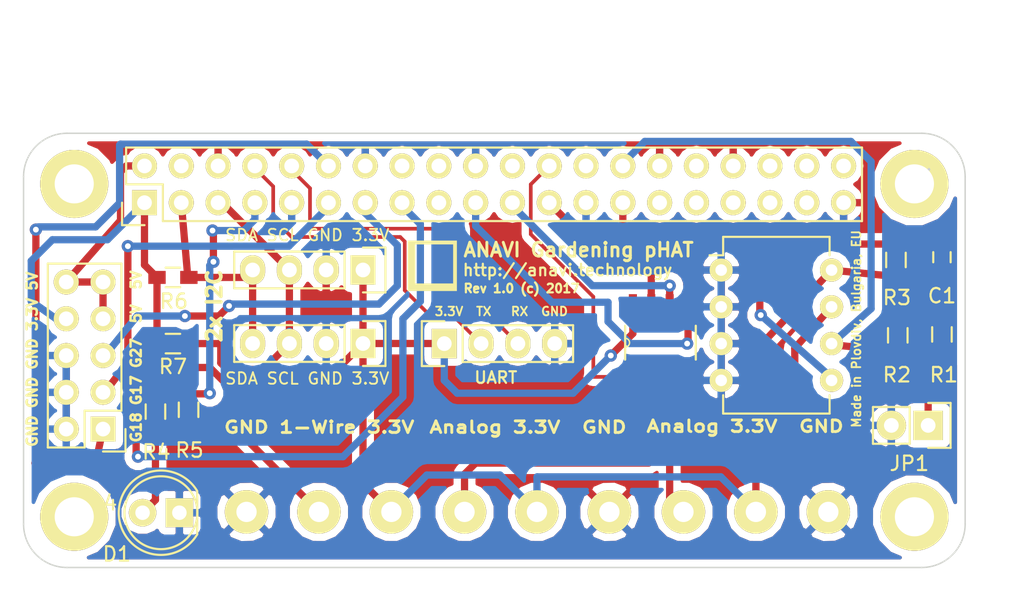
<source format=kicad_pcb>
(kicad_pcb (version 4) (host pcbnew 4.0.4+dfsg1-stable)

  (general
    (links 71)
    (no_connects 4)
    (area 136.817429 66.3 225.182572 107.378501)
    (thickness 1.6)
    (drawings 32)
    (tracks 253)
    (zones 0)
    (modules 25)
    (nets 24)
  )

  (page A4)
  (title_block
    (title "Anavi Infra pHAT")
    (date 2017-01-21)
    (company "Anavi Technology")
  )

  (layers
    (0 F.Cu signal)
    (31 B.Cu signal)
    (32 B.Adhes user)
    (33 F.Adhes user)
    (34 B.Paste user)
    (35 F.Paste user)
    (36 B.SilkS user)
    (37 F.SilkS user)
    (38 B.Mask user)
    (39 F.Mask user)
    (40 Dwgs.User user)
    (41 Cmts.User user)
    (42 Eco1.User user)
    (43 Eco2.User user)
    (44 Edge.Cuts user)
    (45 Margin user)
    (46 B.CrtYd user)
    (47 F.CrtYd user)
    (48 B.Fab user)
    (49 F.Fab user)
  )

  (setup
    (last_trace_width 0.5)
    (user_trace_width 0.254)
    (user_trace_width 0.5)
    (user_trace_width 0.754)
    (trace_clearance 0.254)
    (zone_clearance 0.508)
    (zone_45_only no)
    (trace_min 0.25)
    (segment_width 0.2)
    (edge_width 0.1)
    (via_size 0.85)
    (via_drill 0.4)
    (via_min_size 0.4)
    (via_min_drill 0.3)
    (uvia_size 0.35)
    (uvia_drill 0.1)
    (uvias_allowed no)
    (uvia_min_size 0.2)
    (uvia_min_drill 0.1)
    (pcb_text_width 0.3)
    (pcb_text_size 1.5 1.5)
    (mod_edge_width 0.15)
    (mod_text_size 1 1)
    (mod_text_width 0.15)
    (pad_size 4.7 4.7)
    (pad_drill 2.7)
    (pad_to_mask_clearance 0)
    (aux_axis_origin 0 0)
    (visible_elements FFFFFF7F)
    (pcbplotparams
      (layerselection 0x010e0_80000001)
      (usegerberextensions true)
      (excludeedgelayer true)
      (linewidth 0.100000)
      (plotframeref false)
      (viasonmask false)
      (mode 1)
      (useauxorigin false)
      (hpglpennumber 1)
      (hpglpenspeed 20)
      (hpglpendiameter 15)
      (hpglpenoverlay 2)
      (psnegative false)
      (psa4output false)
      (plotreference true)
      (plotvalue true)
      (plotinvisibletext false)
      (padsonsilk false)
      (subtractmaskfromsilk false)
      (outputformat 1)
      (mirror false)
      (drillshape 0)
      (scaleselection 1)
      (outputdirectory plots/rev1.0-20170407/))
  )

  (net 0 "")
  (net 1 +3V3)
  (net 2 GND)
  (net 3 +5V)
  (net 4 "Net-(JP1-Pad1)")
  (net 5 "Net-(R2-Pad2)")
  (net 6 "Net-(R3-Pad2)")
  (net 7 "Net-(R6-Pad2)")
  (net 8 "Net-(R7-Pad2)")
  (net 9 /TXD)
  (net 10 /RXD)
  (net 11 "Net-(RASP_CONN1-Pad19)")
  (net 12 "Net-(RASP_CONN1-Pad21)")
  (net 13 "Net-(RASP_CONN1-Pad23)")
  (net 14 "Net-(RASP_CONN1-Pad24)")
  (net 15 "Net-(P1-Pad2)")
  (net 16 "Net-(R5-Pad2)")
  (net 17 "Net-(P4-Pad3)")
  (net 18 "Net-(P4-Pad1)")
  (net 19 "Net-(P4-Pad5)")
  (net 20 "Net-(P3-Pad1)")
  (net 21 "Net-(P2-Pad1)")
  (net 22 "Net-(D1-Pad2)")
  (net 23 "Net-(R4-Pad2)")

  (net_class Default "This is the default net class."
    (clearance 0.254)
    (trace_width 0.5)
    (via_dia 0.85)
    (via_drill 0.4)
    (uvia_dia 0.35)
    (uvia_drill 0.1)
    (add_net +3V3)
    (add_net +5V)
    (add_net /RXD)
    (add_net /TXD)
    (add_net GND)
    (add_net "Net-(D1-Pad2)")
    (add_net "Net-(JP1-Pad1)")
    (add_net "Net-(P1-Pad2)")
    (add_net "Net-(P2-Pad1)")
    (add_net "Net-(P3-Pad1)")
    (add_net "Net-(P4-Pad1)")
    (add_net "Net-(P4-Pad3)")
    (add_net "Net-(P4-Pad5)")
    (add_net "Net-(R2-Pad2)")
    (add_net "Net-(R3-Pad2)")
    (add_net "Net-(R4-Pad2)")
    (add_net "Net-(R5-Pad2)")
    (add_net "Net-(R6-Pad2)")
    (add_net "Net-(R7-Pad2)")
    (add_net "Net-(RASP_CONN1-Pad19)")
    (add_net "Net-(RASP_CONN1-Pad21)")
    (add_net "Net-(RASP_CONN1-Pad23)")
    (add_net "Net-(RASP_CONN1-Pad24)")
  )

  (net_class vcc ""
    (clearance 0.254)
    (trace_width 1.5)
    (via_dia 0.85)
    (via_drill 0.4)
    (uvia_dia 0.35)
    (uvia_drill 0.1)
  )

  (module Pin_Headers:Pin_Header_Straight_1x04 (layer F.Cu) (tedit 58E6E514) (tstamp 58ECAE98)
    (at 177.546 89.535 90)
    (descr "Through hole pin header")
    (tags "pin header")
    (path /574EB04E)
    (fp_text reference UART (at -2.3495 3.556 180) (layer F.SilkS)
      (effects (font (size 0.8 0.8) (thickness 0.15)))
    )
    (fp_text value CONN_01X04 (at 0 -3.1 90) (layer F.Fab) hide
      (effects (font (size 1 1) (thickness 0.15)))
    )
    (fp_line (start -1.75 -1.75) (end -1.75 9.4) (layer F.CrtYd) (width 0.05))
    (fp_line (start 1.75 -1.75) (end 1.75 9.4) (layer F.CrtYd) (width 0.05))
    (fp_line (start -1.75 -1.75) (end 1.75 -1.75) (layer F.CrtYd) (width 0.05))
    (fp_line (start -1.75 9.4) (end 1.75 9.4) (layer F.CrtYd) (width 0.05))
    (fp_line (start -1.27 1.27) (end -1.27 8.89) (layer F.SilkS) (width 0.15))
    (fp_line (start 1.27 1.27) (end 1.27 8.89) (layer F.SilkS) (width 0.15))
    (fp_line (start 1.55 -1.55) (end 1.55 0) (layer F.SilkS) (width 0.15))
    (fp_line (start -1.27 8.89) (end 1.27 8.89) (layer F.SilkS) (width 0.15))
    (fp_line (start 1.27 1.27) (end -1.27 1.27) (layer F.SilkS) (width 0.15))
    (fp_line (start -1.55 0) (end -1.55 -1.55) (layer F.SilkS) (width 0.15))
    (fp_line (start -1.55 -1.55) (end 1.55 -1.55) (layer F.SilkS) (width 0.15))
    (pad 1 thru_hole rect (at 0 0 90) (size 2.032 1.7272) (drill 1.016) (layers *.Cu *.Mask F.SilkS)
      (net 1 +3V3))
    (pad 2 thru_hole oval (at 0 2.54 90) (size 2.032 1.7272) (drill 1.016) (layers *.Cu *.Mask F.SilkS)
      (net 9 /TXD))
    (pad 3 thru_hole oval (at 0 5.08 90) (size 2.032 1.7272) (drill 1.016) (layers *.Cu *.Mask F.SilkS)
      (net 10 /RXD))
    (pad 4 thru_hole oval (at 0 7.62 90) (size 2.032 1.7272) (drill 1.016) (layers *.Cu *.Mask F.SilkS)
      (net 2 GND))
    (model Pin_Headers.3dshapes/Pin_Header_Straight_1x04.wrl
      (at (xyz 0 -0.15 0))
      (scale (xyz 1 1 1))
      (rotate (xyz 0 0 90))
    )
  )

  (module myfootprint:KLEMA_1x3 (layer F.Cu) (tedit 58E6D125) (tstamp 58ED8EBF)
    (at 178.943 97.663)
    (path /58E5FA01)
    (fp_text reference P3 (at 0.0635 -0.381) (layer F.SilkS) hide
      (effects (font (size 1 1) (thickness 0.15)))
    )
    (fp_text value CONN_01X03 (at 2.1 -2) (layer F.Fab) hide
      (effects (font (size 1 1) (thickness 0.15)))
    )
    (pad 1 thru_hole circle (at 0 3.5) (size 3 3) (drill 1.4) (layers *.Cu *.Mask F.SilkS)
      (net 20 "Net-(P3-Pad1)"))
    (pad 2 thru_hole circle (at 5 3.5) (size 3 3) (drill 1.4) (layers *.Cu *.Mask F.SilkS)
      (net 1 +3V3))
    (pad 3 thru_hole circle (at 10 3.5) (size 3 3) (drill 1.4) (layers *.Cu *.Mask F.SilkS)
      (net 2 GND))
  )

  (module myfootprint:KLEMA_1x3 (layer F.Cu) (tedit 58E6D11C) (tstamp 58ED8EB1)
    (at 163.8935 97.663)
    (path /58E5FAA8)
    (fp_text reference P1 (at 0.1 -0.4) (layer F.SilkS) hide
      (effects (font (size 1 1) (thickness 0.15)))
    )
    (fp_text value CONN_01X03 (at 2.1 -2) (layer F.Fab) hide
      (effects (font (size 1 1) (thickness 0.15)))
    )
    (pad 1 thru_hole circle (at 0 3.5) (size 3 3) (drill 1.4) (layers *.Cu *.Mask F.SilkS)
      (net 2 GND))
    (pad 2 thru_hole circle (at 5 3.5) (size 3 3) (drill 1.4) (layers *.Cu *.Mask F.SilkS)
      (net 15 "Net-(P1-Pad2)"))
    (pad 3 thru_hole circle (at 10 3.5) (size 3 3) (drill 1.4) (layers *.Cu *.Mask F.SilkS)
      (net 1 +3V3))
  )

  (module myfootprint:KLEMA_1x3 (layer F.Cu) (tedit 58E6D12E) (tstamp 58ED8EB8)
    (at 194.056 97.663)
    (path /58E5F974)
    (fp_text reference P2 (at 0.127 -0.1905) (layer F.SilkS) hide
      (effects (font (size 1 1) (thickness 0.15)))
    )
    (fp_text value CONN_01X03 (at 2.1 -2) (layer F.Fab) hide
      (effects (font (size 1 1) (thickness 0.15)))
    )
    (pad 1 thru_hole circle (at 0 3.5) (size 3 3) (drill 1.4) (layers *.Cu *.Mask F.SilkS)
      (net 21 "Net-(P2-Pad1)"))
    (pad 2 thru_hole circle (at 5 3.5) (size 3 3) (drill 1.4) (layers *.Cu *.Mask F.SilkS)
      (net 1 +3V3))
    (pad 3 thru_hole circle (at 10 3.5) (size 3 3) (drill 1.4) (layers *.Cu *.Mask F.SilkS)
      (net 2 GND))
  )

  (module Capacitors_SMD:C_0603_HandSoldering (layer F.Cu) (tedit 58E6D86B) (tstamp 58831703)
    (at 211.8995 83.566 90)
    (descr "Capacitor SMD 0603, hand soldering")
    (tags "capacitor 0603")
    (path /56FB5967)
    (attr smd)
    (fp_text reference C1 (at -2.667 0 360) (layer F.SilkS)
      (effects (font (size 1 1) (thickness 0.15)))
    )
    (fp_text value 0.1 (at 0 1.9 90) (layer F.Fab) hide
      (effects (font (size 1 1) (thickness 0.15)))
    )
    (fp_line (start -1.85 -0.75) (end 1.85 -0.75) (layer F.CrtYd) (width 0.05))
    (fp_line (start -1.85 0.75) (end 1.85 0.75) (layer F.CrtYd) (width 0.05))
    (fp_line (start -1.85 -0.75) (end -1.85 0.75) (layer F.CrtYd) (width 0.05))
    (fp_line (start 1.85 -0.75) (end 1.85 0.75) (layer F.CrtYd) (width 0.05))
    (fp_line (start -0.35 -0.6) (end 0.35 -0.6) (layer F.SilkS) (width 0.15))
    (fp_line (start 0.35 0.6) (end -0.35 0.6) (layer F.SilkS) (width 0.15))
    (pad 1 smd rect (at -0.95 0 90) (size 1.2 0.75) (layers F.Cu F.Paste F.Mask)
      (net 1 +3V3))
    (pad 2 smd rect (at 0.95 0 90) (size 1.2 0.75) (layers F.Cu F.Paste F.Mask)
      (net 2 GND))
    (model Capacitors_SMD.3dshapes/C_0603_HandSoldering.wrl
      (at (xyz 0 0 0))
      (scale (xyz 1 1 1))
      (rotate (xyz 0 0 0))
    )
  )

  (module Pin_Headers:Pin_Header_Straight_1x02 (layer F.Cu) (tedit 588FBD9A) (tstamp 5883171B)
    (at 210.947 95.1865 270)
    (descr "Through hole pin header")
    (tags "pin header")
    (path /570C5478)
    (fp_text reference JP1 (at 2.63 1.3 360) (layer F.SilkS)
      (effects (font (size 1 1) (thickness 0.15)))
    )
    (fp_text value JUMPER (at 0 -3.1 270) (layer F.Fab) hide
      (effects (font (size 1 1) (thickness 0.15)))
    )
    (fp_line (start 1.27 1.27) (end 1.27 3.81) (layer F.SilkS) (width 0.15))
    (fp_line (start 1.55 -1.55) (end 1.55 0) (layer F.SilkS) (width 0.15))
    (fp_line (start -1.75 -1.75) (end -1.75 4.3) (layer F.CrtYd) (width 0.05))
    (fp_line (start 1.75 -1.75) (end 1.75 4.3) (layer F.CrtYd) (width 0.05))
    (fp_line (start -1.75 -1.75) (end 1.75 -1.75) (layer F.CrtYd) (width 0.05))
    (fp_line (start -1.75 4.3) (end 1.75 4.3) (layer F.CrtYd) (width 0.05))
    (fp_line (start 1.27 1.27) (end -1.27 1.27) (layer F.SilkS) (width 0.15))
    (fp_line (start -1.55 0) (end -1.55 -1.55) (layer F.SilkS) (width 0.15))
    (fp_line (start -1.55 -1.55) (end 1.55 -1.55) (layer F.SilkS) (width 0.15))
    (fp_line (start -1.27 1.27) (end -1.27 3.81) (layer F.SilkS) (width 0.15))
    (fp_line (start -1.27 3.81) (end 1.27 3.81) (layer F.SilkS) (width 0.15))
    (pad 1 thru_hole rect (at 0 0 270) (size 2.032 2.032) (drill 1.016) (layers *.Cu *.Mask F.SilkS)
      (net 4 "Net-(JP1-Pad1)"))
    (pad 2 thru_hole oval (at 0 2.54 270) (size 2.032 2.032) (drill 1.016) (layers *.Cu *.Mask F.SilkS)
      (net 2 GND))
    (model Pin_Headers.3dshapes/Pin_Header_Straight_1x02.wrl
      (at (xyz 0 -0.05 0))
      (scale (xyz 1 1 1))
      (rotate (xyz 0 0 90))
    )
  )

  (module Resistors_SMD:R_0603_HandSoldering (layer F.Cu) (tedit 58E6D81F) (tstamp 58831728)
    (at 211.8995 88.9 270)
    (descr "Resistor SMD 0603, hand soldering")
    (tags "resistor 0603")
    (path /56FB57DD)
    (attr smd)
    (fp_text reference R1 (at 2.794 -0.127 360) (layer F.SilkS)
      (effects (font (size 1 1) (thickness 0.15)))
    )
    (fp_text value 1K (at 0 1.9 270) (layer F.Fab) hide
      (effects (font (size 1 1) (thickness 0.15)))
    )
    (fp_line (start -2 -0.8) (end 2 -0.8) (layer F.CrtYd) (width 0.05))
    (fp_line (start -2 0.8) (end 2 0.8) (layer F.CrtYd) (width 0.05))
    (fp_line (start -2 -0.8) (end -2 0.8) (layer F.CrtYd) (width 0.05))
    (fp_line (start 2 -0.8) (end 2 0.8) (layer F.CrtYd) (width 0.05))
    (fp_line (start 0.5 0.675) (end -0.5 0.675) (layer F.SilkS) (width 0.15))
    (fp_line (start -0.5 -0.675) (end 0.5 -0.675) (layer F.SilkS) (width 0.15))
    (pad 1 smd rect (at -1.1 0 270) (size 1.2 0.9) (layers F.Cu F.Paste F.Mask)
      (net 1 +3V3))
    (pad 2 smd rect (at 1.1 0 270) (size 1.2 0.9) (layers F.Cu F.Paste F.Mask)
      (net 4 "Net-(JP1-Pad1)"))
    (model Resistors_SMD.3dshapes/R_0603_HandSoldering.wrl
      (at (xyz 0 0 0))
      (scale (xyz 1 1 1))
      (rotate (xyz 0 0 0))
    )
  )

  (module Resistors_SMD:R_0603_HandSoldering (layer F.Cu) (tedit 58E6D817) (tstamp 5883172E)
    (at 208.8515 88.9635 270)
    (descr "Resistor SMD 0603, hand soldering")
    (tags "resistor 0603")
    (path /56FB589D)
    (attr smd)
    (fp_text reference R2 (at 2.7305 0.0635 360) (layer F.SilkS)
      (effects (font (size 1 1) (thickness 0.15)))
    )
    (fp_text value 4.7K (at 0 1.9 270) (layer F.Fab) hide
      (effects (font (size 1 1) (thickness 0.15)))
    )
    (fp_line (start -2 -0.8) (end 2 -0.8) (layer F.CrtYd) (width 0.05))
    (fp_line (start -2 0.8) (end 2 0.8) (layer F.CrtYd) (width 0.05))
    (fp_line (start -2 -0.8) (end -2 0.8) (layer F.CrtYd) (width 0.05))
    (fp_line (start 2 -0.8) (end 2 0.8) (layer F.CrtYd) (width 0.05))
    (fp_line (start 0.5 0.675) (end -0.5 0.675) (layer F.SilkS) (width 0.15))
    (fp_line (start -0.5 -0.675) (end 0.5 -0.675) (layer F.SilkS) (width 0.15))
    (pad 1 smd rect (at -1.1 0 270) (size 1.2 0.9) (layers F.Cu F.Paste F.Mask)
      (net 1 +3V3))
    (pad 2 smd rect (at 1.1 0 270) (size 1.2 0.9) (layers F.Cu F.Paste F.Mask)
      (net 5 "Net-(R2-Pad2)"))
    (model Resistors_SMD.3dshapes/R_0603_HandSoldering.wrl
      (at (xyz 0 0 0))
      (scale (xyz 1 1 1))
      (rotate (xyz 0 0 0))
    )
  )

  (module Resistors_SMD:R_0603_HandSoldering (layer F.Cu) (tedit 58E6D82C) (tstamp 58831734)
    (at 208.7245 83.7565 90)
    (descr "Resistor SMD 0603, hand soldering")
    (tags "resistor 0603")
    (path /56FB5912)
    (attr smd)
    (fp_text reference R3 (at -2.6035 0.0635 180) (layer F.SilkS)
      (effects (font (size 1 1) (thickness 0.15)))
    )
    (fp_text value 4.7K (at 0 1.9 90) (layer F.Fab) hide
      (effects (font (size 1 1) (thickness 0.15)))
    )
    (fp_line (start -2 -0.8) (end 2 -0.8) (layer F.CrtYd) (width 0.05))
    (fp_line (start -2 0.8) (end 2 0.8) (layer F.CrtYd) (width 0.05))
    (fp_line (start -2 -0.8) (end -2 0.8) (layer F.CrtYd) (width 0.05))
    (fp_line (start 2 -0.8) (end 2 0.8) (layer F.CrtYd) (width 0.05))
    (fp_line (start 0.5 0.675) (end -0.5 0.675) (layer F.SilkS) (width 0.15))
    (fp_line (start -0.5 -0.675) (end 0.5 -0.675) (layer F.SilkS) (width 0.15))
    (pad 1 smd rect (at -1.1 0 90) (size 1.2 0.9) (layers F.Cu F.Paste F.Mask)
      (net 1 +3V3))
    (pad 2 smd rect (at 1.1 0 90) (size 1.2 0.9) (layers F.Cu F.Paste F.Mask)
      (net 6 "Net-(R3-Pad2)"))
    (model Resistors_SMD.3dshapes/R_0603_HandSoldering.wrl
      (at (xyz 0 0 0))
      (scale (xyz 1 1 1))
      (rotate (xyz 0 0 0))
    )
  )

  (module Resistors_SMD:R_0603_HandSoldering (layer F.Cu) (tedit 58E6D7E6) (tstamp 58831740)
    (at 159.893 94.107 90)
    (descr "Resistor SMD 0603, hand soldering")
    (tags "resistor 0603")
    (path /58E60AC0)
    (attr smd)
    (fp_text reference R5 (at -2.794 0.0635 180) (layer F.SilkS)
      (effects (font (size 1 1) (thickness 0.15)))
    )
    (fp_text value 4.7K (at 0 1.9 90) (layer F.Fab) hide
      (effects (font (size 1 1) (thickness 0.15)))
    )
    (fp_line (start -2 -0.8) (end 2 -0.8) (layer F.CrtYd) (width 0.05))
    (fp_line (start -2 0.8) (end 2 0.8) (layer F.CrtYd) (width 0.05))
    (fp_line (start -2 -0.8) (end -2 0.8) (layer F.CrtYd) (width 0.05))
    (fp_line (start 2 -0.8) (end 2 0.8) (layer F.CrtYd) (width 0.05))
    (fp_line (start 0.5 0.675) (end -0.5 0.675) (layer F.SilkS) (width 0.15))
    (fp_line (start -0.5 -0.675) (end 0.5 -0.675) (layer F.SilkS) (width 0.15))
    (pad 1 smd rect (at -1.1 0 90) (size 1.2 0.9) (layers F.Cu F.Paste F.Mask)
      (net 15 "Net-(P1-Pad2)"))
    (pad 2 smd rect (at 1.1 0 90) (size 1.2 0.9) (layers F.Cu F.Paste F.Mask)
      (net 16 "Net-(R5-Pad2)"))
    (model Resistors_SMD.3dshapes/R_0603_HandSoldering.wrl
      (at (xyz 0 0 0))
      (scale (xyz 1 1 1))
      (rotate (xyz 0 0 0))
    )
  )

  (module Resistors_SMD:R_0603_HandSoldering (layer F.Cu) (tedit 58E6C28A) (tstamp 58831746)
    (at 158.8135 84.963)
    (descr "Resistor SMD 0603, hand soldering")
    (tags "resistor 0603")
    (path /570C0762)
    (attr smd)
    (fp_text reference R6 (at 0.0635 1.651) (layer F.SilkS)
      (effects (font (size 1 1) (thickness 0.15)))
    )
    (fp_text value 4.7K (at 0 1.9) (layer F.Fab) hide
      (effects (font (size 1 1) (thickness 0.15)))
    )
    (fp_line (start -2 -0.8) (end 2 -0.8) (layer F.CrtYd) (width 0.05))
    (fp_line (start -2 0.8) (end 2 0.8) (layer F.CrtYd) (width 0.05))
    (fp_line (start -2 -0.8) (end -2 0.8) (layer F.CrtYd) (width 0.05))
    (fp_line (start 2 -0.8) (end 2 0.8) (layer F.CrtYd) (width 0.05))
    (fp_line (start 0.5 0.675) (end -0.5 0.675) (layer F.SilkS) (width 0.15))
    (fp_line (start -0.5 -0.675) (end 0.5 -0.675) (layer F.SilkS) (width 0.15))
    (pad 1 smd rect (at -1.1 0) (size 1.2 0.9) (layers F.Cu F.Paste F.Mask)
      (net 1 +3V3))
    (pad 2 smd rect (at 1.1 0) (size 1.2 0.9) (layers F.Cu F.Paste F.Mask)
      (net 7 "Net-(R6-Pad2)"))
    (model Resistors_SMD.3dshapes/R_0603_HandSoldering.wrl
      (at (xyz 0 0 0))
      (scale (xyz 1 1 1))
      (rotate (xyz 0 0 0))
    )
  )

  (module Resistors_SMD:R_0603_HandSoldering (layer F.Cu) (tedit 58E6D7F2) (tstamp 5883174C)
    (at 158.8135 89.535)
    (descr "Resistor SMD 0603, hand soldering")
    (tags "resistor 0603")
    (path /570C0BD5)
    (attr smd)
    (fp_text reference R7 (at 0 1.5875) (layer F.SilkS)
      (effects (font (size 1 1) (thickness 0.15)))
    )
    (fp_text value 4.7K (at 0 1.9) (layer F.Fab) hide
      (effects (font (size 1 1) (thickness 0.15)))
    )
    (fp_line (start -2 -0.8) (end 2 -0.8) (layer F.CrtYd) (width 0.05))
    (fp_line (start -2 0.8) (end 2 0.8) (layer F.CrtYd) (width 0.05))
    (fp_line (start -2 -0.8) (end -2 0.8) (layer F.CrtYd) (width 0.05))
    (fp_line (start 2 -0.8) (end 2 0.8) (layer F.CrtYd) (width 0.05))
    (fp_line (start 0.5 0.675) (end -0.5 0.675) (layer F.SilkS) (width 0.15))
    (fp_line (start -0.5 -0.675) (end 0.5 -0.675) (layer F.SilkS) (width 0.15))
    (pad 1 smd rect (at -1.1 0) (size 1.2 0.9) (layers F.Cu F.Paste F.Mask)
      (net 1 +3V3))
    (pad 2 smd rect (at 1.1 0) (size 1.2 0.9) (layers F.Cu F.Paste F.Mask)
      (net 8 "Net-(R7-Pad2)"))
    (model Resistors_SMD.3dshapes/R_0603_HandSoldering.wrl
      (at (xyz 0 0 0))
      (scale (xyz 1 1 1))
      (rotate (xyz 0 0 0))
    )
  )

  (module Pin_Headers:Pin_Header_Straight_2x20 (layer F.Cu) (tedit 588FBD82) (tstamp 58831778)
    (at 156.85 79.8 90)
    (descr "Through hole pin header")
    (tags "pin header")
    (path /56FB7C7A)
    (fp_text reference RASP_CONN1 (at 0 -5.1 90) (layer F.SilkS) hide
      (effects (font (size 1 1) (thickness 0.15)))
    )
    (fp_text value Raspberry_PI (at 0 -3.1 90) (layer F.Fab) hide
      (effects (font (size 1 1) (thickness 0.15)))
    )
    (fp_line (start -1.75 -1.75) (end -1.75 50.05) (layer F.CrtYd) (width 0.05))
    (fp_line (start 4.3 -1.75) (end 4.3 50.05) (layer F.CrtYd) (width 0.05))
    (fp_line (start -1.75 -1.75) (end 4.3 -1.75) (layer F.CrtYd) (width 0.05))
    (fp_line (start -1.75 50.05) (end 4.3 50.05) (layer F.CrtYd) (width 0.05))
    (fp_line (start 3.81 49.53) (end 3.81 -1.27) (layer F.SilkS) (width 0.15))
    (fp_line (start -1.27 1.27) (end -1.27 49.53) (layer F.SilkS) (width 0.15))
    (fp_line (start 3.81 49.53) (end -1.27 49.53) (layer F.SilkS) (width 0.15))
    (fp_line (start 3.81 -1.27) (end 1.27 -1.27) (layer F.SilkS) (width 0.15))
    (fp_line (start 0 -1.55) (end -1.55 -1.55) (layer F.SilkS) (width 0.15))
    (fp_line (start 1.27 -1.27) (end 1.27 1.27) (layer F.SilkS) (width 0.15))
    (fp_line (start 1.27 1.27) (end -1.27 1.27) (layer F.SilkS) (width 0.15))
    (fp_line (start -1.55 -1.55) (end -1.55 0) (layer F.SilkS) (width 0.15))
    (pad 1 thru_hole rect (at 0 0 90) (size 1.7272 1.7272) (drill 1.016) (layers *.Cu *.Mask F.SilkS)
      (net 1 +3V3))
    (pad 2 thru_hole oval (at 2.54 0 90) (size 1.7272 1.7272) (drill 1.016) (layers *.Cu *.Mask F.SilkS)
      (net 3 +5V))
    (pad 3 thru_hole oval (at 0 2.54 90) (size 1.7272 1.7272) (drill 1.016) (layers *.Cu *.Mask F.SilkS)
      (net 7 "Net-(R6-Pad2)"))
    (pad 4 thru_hole oval (at 2.54 2.54 90) (size 1.7272 1.7272) (drill 1.016) (layers *.Cu *.Mask F.SilkS)
      (net 3 +5V))
    (pad 5 thru_hole oval (at 0 5.08 90) (size 1.7272 1.7272) (drill 1.016) (layers *.Cu *.Mask F.SilkS)
      (net 8 "Net-(R7-Pad2)"))
    (pad 6 thru_hole oval (at 2.54 5.08 90) (size 1.7272 1.7272) (drill 1.016) (layers *.Cu *.Mask F.SilkS)
      (net 2 GND))
    (pad 7 thru_hole oval (at 0 7.62 90) (size 1.7272 1.7272) (drill 1.016) (layers *.Cu *.Mask F.SilkS)
      (net 16 "Net-(R5-Pad2)"))
    (pad 8 thru_hole oval (at 2.54 7.62 90) (size 1.7272 1.7272) (drill 1.016) (layers *.Cu *.Mask F.SilkS)
      (net 9 /TXD))
    (pad 9 thru_hole oval (at 0 10.16 90) (size 1.7272 1.7272) (drill 1.016) (layers *.Cu *.Mask F.SilkS)
      (net 2 GND))
    (pad 10 thru_hole oval (at 2.54 10.16 90) (size 1.7272 1.7272) (drill 1.016) (layers *.Cu *.Mask F.SilkS)
      (net 10 /RXD))
    (pad 11 thru_hole oval (at 0 12.7 90) (size 1.7272 1.7272) (drill 1.016) (layers *.Cu *.Mask F.SilkS)
      (net 17 "Net-(P4-Pad3)"))
    (pad 12 thru_hole oval (at 2.54 12.7 90) (size 1.7272 1.7272) (drill 1.016) (layers *.Cu *.Mask F.SilkS)
      (net 18 "Net-(P4-Pad1)"))
    (pad 13 thru_hole oval (at 0 15.24 90) (size 1.7272 1.7272) (drill 1.016) (layers *.Cu *.Mask F.SilkS)
      (net 19 "Net-(P4-Pad5)"))
    (pad 14 thru_hole oval (at 2.54 15.24 90) (size 1.7272 1.7272) (drill 1.016) (layers *.Cu *.Mask F.SilkS)
      (net 2 GND))
    (pad 15 thru_hole oval (at 0 17.78 90) (size 1.7272 1.7272) (drill 1.016) (layers *.Cu *.Mask F.SilkS)
      (net 23 "Net-(R4-Pad2)"))
    (pad 16 thru_hole oval (at 2.54 17.78 90) (size 1.7272 1.7272) (drill 1.016) (layers *.Cu *.Mask F.SilkS))
    (pad 17 thru_hole oval (at 0 20.32 90) (size 1.7272 1.7272) (drill 1.016) (layers *.Cu *.Mask F.SilkS)
      (net 1 +3V3))
    (pad 18 thru_hole oval (at 2.54 20.32 90) (size 1.7272 1.7272) (drill 1.016) (layers *.Cu *.Mask F.SilkS))
    (pad 19 thru_hole oval (at 0 22.86 90) (size 1.7272 1.7272) (drill 1.016) (layers *.Cu *.Mask F.SilkS)
      (net 11 "Net-(RASP_CONN1-Pad19)"))
    (pad 20 thru_hole oval (at 2.54 22.86 90) (size 1.7272 1.7272) (drill 1.016) (layers *.Cu *.Mask F.SilkS)
      (net 2 GND))
    (pad 21 thru_hole oval (at 0 25.4 90) (size 1.7272 1.7272) (drill 1.016) (layers *.Cu *.Mask F.SilkS)
      (net 12 "Net-(RASP_CONN1-Pad21)"))
    (pad 22 thru_hole oval (at 2.54 25.4 90) (size 1.7272 1.7272) (drill 1.016) (layers *.Cu *.Mask F.SilkS))
    (pad 23 thru_hole oval (at 0 27.94 90) (size 1.7272 1.7272) (drill 1.016) (layers *.Cu *.Mask F.SilkS)
      (net 13 "Net-(RASP_CONN1-Pad23)"))
    (pad 24 thru_hole oval (at 2.54 27.94 90) (size 1.7272 1.7272) (drill 1.016) (layers *.Cu *.Mask F.SilkS)
      (net 14 "Net-(RASP_CONN1-Pad24)"))
    (pad 25 thru_hole oval (at 0 30.48 90) (size 1.7272 1.7272) (drill 1.016) (layers *.Cu *.Mask F.SilkS)
      (net 2 GND))
    (pad 26 thru_hole oval (at 2.54 30.48 90) (size 1.7272 1.7272) (drill 1.016) (layers *.Cu *.Mask F.SilkS))
    (pad 27 thru_hole oval (at 0 33.02 90) (size 1.7272 1.7272) (drill 1.016) (layers *.Cu *.Mask F.SilkS)
      (net 6 "Net-(R3-Pad2)"))
    (pad 28 thru_hole oval (at 2.54 33.02 90) (size 1.7272 1.7272) (drill 1.016) (layers *.Cu *.Mask F.SilkS)
      (net 5 "Net-(R2-Pad2)"))
    (pad 29 thru_hole oval (at 0 35.56 90) (size 1.7272 1.7272) (drill 1.016) (layers *.Cu *.Mask F.SilkS))
    (pad 30 thru_hole oval (at 2.54 35.56 90) (size 1.7272 1.7272) (drill 1.016) (layers *.Cu *.Mask F.SilkS)
      (net 2 GND))
    (pad 31 thru_hole oval (at 0 38.1 90) (size 1.7272 1.7272) (drill 1.016) (layers *.Cu *.Mask F.SilkS))
    (pad 32 thru_hole oval (at 2.54 38.1 90) (size 1.7272 1.7272) (drill 1.016) (layers *.Cu *.Mask F.SilkS))
    (pad 33 thru_hole oval (at 0 40.64 90) (size 1.7272 1.7272) (drill 1.016) (layers *.Cu *.Mask F.SilkS))
    (pad 34 thru_hole oval (at 2.54 40.64 90) (size 1.7272 1.7272) (drill 1.016) (layers *.Cu *.Mask F.SilkS)
      (net 2 GND))
    (pad 35 thru_hole oval (at 0 43.18 90) (size 1.7272 1.7272) (drill 1.016) (layers *.Cu *.Mask F.SilkS))
    (pad 36 thru_hole oval (at 2.54 43.18 90) (size 1.7272 1.7272) (drill 1.016) (layers *.Cu *.Mask F.SilkS))
    (pad 37 thru_hole oval (at 0 45.72 90) (size 1.7272 1.7272) (drill 1.016) (layers *.Cu *.Mask F.SilkS))
    (pad 38 thru_hole oval (at 2.54 45.72 90) (size 1.7272 1.7272) (drill 1.016) (layers *.Cu *.Mask F.SilkS))
    (pad 39 thru_hole oval (at 0 48.26 90) (size 1.7272 1.7272) (drill 1.016) (layers *.Cu *.Mask F.SilkS)
      (net 2 GND))
    (pad 40 thru_hole oval (at 2.54 48.26 90) (size 1.7272 1.7272) (drill 1.016) (layers *.Cu *.Mask F.SilkS))
    (model Pin_Headers.3dshapes/Pin_Header_Straight_2x20.wrl
      (at (xyz 0.05 -0.95 0))
      (scale (xyz 1 1 1))
      (rotate (xyz 0 0 90))
    )
  )

  (module Pin_Headers:Pin_Header_Straight_1x04 (layer F.Cu) (tedit 588FBD3A) (tstamp 58831780)
    (at 171.9335 89.528 270)
    (descr "Through hole pin header")
    (tags "pin header")
    (path /5704A9C3)
    (fp_text reference SENS1 (at 0 -5.1 270) (layer F.SilkS) hide
      (effects (font (size 1 1) (thickness 0.15)))
    )
    (fp_text value I2C_SENS_1 (at 0 -3.1 270) (layer F.Fab) hide
      (effects (font (size 1 1) (thickness 0.15)))
    )
    (fp_line (start -1.75 -1.75) (end -1.75 9.4) (layer F.CrtYd) (width 0.05))
    (fp_line (start 1.75 -1.75) (end 1.75 9.4) (layer F.CrtYd) (width 0.05))
    (fp_line (start -1.75 -1.75) (end 1.75 -1.75) (layer F.CrtYd) (width 0.05))
    (fp_line (start -1.75 9.4) (end 1.75 9.4) (layer F.CrtYd) (width 0.05))
    (fp_line (start -1.27 1.27) (end -1.27 8.89) (layer F.SilkS) (width 0.15))
    (fp_line (start 1.27 1.27) (end 1.27 8.89) (layer F.SilkS) (width 0.15))
    (fp_line (start 1.55 -1.55) (end 1.55 0) (layer F.SilkS) (width 0.15))
    (fp_line (start -1.27 8.89) (end 1.27 8.89) (layer F.SilkS) (width 0.15))
    (fp_line (start 1.27 1.27) (end -1.27 1.27) (layer F.SilkS) (width 0.15))
    (fp_line (start -1.55 0) (end -1.55 -1.55) (layer F.SilkS) (width 0.15))
    (fp_line (start -1.55 -1.55) (end 1.55 -1.55) (layer F.SilkS) (width 0.15))
    (pad 1 thru_hole rect (at 0 0 270) (size 2.032 1.7272) (drill 1.016) (layers *.Cu *.Mask F.SilkS)
      (net 1 +3V3))
    (pad 2 thru_hole oval (at 0 2.54 270) (size 2.032 1.7272) (drill 1.016) (layers *.Cu *.Mask F.SilkS)
      (net 2 GND))
    (pad 3 thru_hole oval (at 0 5.08 270) (size 2.032 1.7272) (drill 1.016) (layers *.Cu *.Mask F.SilkS)
      (net 8 "Net-(R7-Pad2)"))
    (pad 4 thru_hole oval (at 0 7.62 270) (size 2.032 1.7272) (drill 1.016) (layers *.Cu *.Mask F.SilkS)
      (net 7 "Net-(R6-Pad2)"))
    (model Pin_Headers.3dshapes/Pin_Header_Straight_1x04.wrl
      (at (xyz 0 -0.15 0))
      (scale (xyz 1 1 1))
      (rotate (xyz 0 0 90))
    )
  )

  (module Pin_Headers:Pin_Header_Straight_1x04 (layer F.Cu) (tedit 588FBD33) (tstamp 58831788)
    (at 171.9335 84.448 270)
    (descr "Through hole pin header")
    (tags "pin header")
    (path /5752A123)
    (fp_text reference SENS2 (at 0 -5.1 270) (layer F.SilkS) hide
      (effects (font (size 1 1) (thickness 0.15)))
    )
    (fp_text value I2C_SENS_1 (at 0 -3.1 270) (layer F.Fab) hide
      (effects (font (size 1 1) (thickness 0.15)))
    )
    (fp_line (start -1.75 -1.75) (end -1.75 9.4) (layer F.CrtYd) (width 0.05))
    (fp_line (start 1.75 -1.75) (end 1.75 9.4) (layer F.CrtYd) (width 0.05))
    (fp_line (start -1.75 -1.75) (end 1.75 -1.75) (layer F.CrtYd) (width 0.05))
    (fp_line (start -1.75 9.4) (end 1.75 9.4) (layer F.CrtYd) (width 0.05))
    (fp_line (start -1.27 1.27) (end -1.27 8.89) (layer F.SilkS) (width 0.15))
    (fp_line (start 1.27 1.27) (end 1.27 8.89) (layer F.SilkS) (width 0.15))
    (fp_line (start 1.55 -1.55) (end 1.55 0) (layer F.SilkS) (width 0.15))
    (fp_line (start -1.27 8.89) (end 1.27 8.89) (layer F.SilkS) (width 0.15))
    (fp_line (start 1.27 1.27) (end -1.27 1.27) (layer F.SilkS) (width 0.15))
    (fp_line (start -1.55 0) (end -1.55 -1.55) (layer F.SilkS) (width 0.15))
    (fp_line (start -1.55 -1.55) (end 1.55 -1.55) (layer F.SilkS) (width 0.15))
    (pad 1 thru_hole rect (at 0 0 270) (size 2.032 1.7272) (drill 1.016) (layers *.Cu *.Mask F.SilkS)
      (net 1 +3V3))
    (pad 2 thru_hole oval (at 0 2.54 270) (size 2.032 1.7272) (drill 1.016) (layers *.Cu *.Mask F.SilkS)
      (net 2 GND))
    (pad 3 thru_hole oval (at 0 5.08 270) (size 2.032 1.7272) (drill 1.016) (layers *.Cu *.Mask F.SilkS)
      (net 8 "Net-(R7-Pad2)"))
    (pad 4 thru_hole oval (at 0 7.62 270) (size 2.032 1.7272) (drill 1.016) (layers *.Cu *.Mask F.SilkS)
      (net 7 "Net-(R6-Pad2)"))
    (model Pin_Headers.3dshapes/Pin_Header_Straight_1x04.wrl
      (at (xyz 0 -0.15 0))
      (scale (xyz 1 1 1))
      (rotate (xyz 0 0 90))
    )
  )

  (module Housings_DIP:DIP-8_W7.62mm (layer F.Cu) (tedit 588FBD0C) (tstamp 5883179C)
    (at 196.6595 84.455)
    (descr "8-lead dip package, row spacing 7.62 mm (300 mils)")
    (tags "dil dip 2.54 300")
    (path /56FB5761)
    (fp_text reference U1 (at 0 -5.22) (layer F.SilkS) hide
      (effects (font (size 1 1) (thickness 0.15)))
    )
    (fp_text value CAT24C32WI-GT3 (at 0 -3.72) (layer F.Fab) hide
      (effects (font (size 1 1) (thickness 0.15)))
    )
    (fp_line (start -1.05 -2.45) (end -1.05 10.1) (layer F.CrtYd) (width 0.05))
    (fp_line (start 8.65 -2.45) (end 8.65 10.1) (layer F.CrtYd) (width 0.05))
    (fp_line (start -1.05 -2.45) (end 8.65 -2.45) (layer F.CrtYd) (width 0.05))
    (fp_line (start -1.05 10.1) (end 8.65 10.1) (layer F.CrtYd) (width 0.05))
    (fp_line (start 0.135 -2.295) (end 0.135 -1.025) (layer F.SilkS) (width 0.15))
    (fp_line (start 7.485 -2.295) (end 7.485 -1.025) (layer F.SilkS) (width 0.15))
    (fp_line (start 7.485 9.915) (end 7.485 8.645) (layer F.SilkS) (width 0.15))
    (fp_line (start 0.135 9.915) (end 0.135 8.645) (layer F.SilkS) (width 0.15))
    (fp_line (start 0.135 -2.295) (end 7.485 -2.295) (layer F.SilkS) (width 0.15))
    (fp_line (start 0.135 9.915) (end 7.485 9.915) (layer F.SilkS) (width 0.15))
    (fp_line (start 0.135 -1.025) (end -0.8 -1.025) (layer F.SilkS) (width 0.15))
    (pad 1 thru_hole oval (at 0 0) (size 1.6 1.6) (drill 0.8) (layers *.Cu *.Mask F.SilkS)
      (net 2 GND))
    (pad 2 thru_hole oval (at 0 2.54) (size 1.6 1.6) (drill 0.8) (layers *.Cu *.Mask F.SilkS)
      (net 2 GND))
    (pad 3 thru_hole oval (at 0 5.08) (size 1.6 1.6) (drill 0.8) (layers *.Cu *.Mask F.SilkS)
      (net 2 GND))
    (pad 4 thru_hole oval (at 0 7.62) (size 1.6 1.6) (drill 0.8) (layers *.Cu *.Mask F.SilkS)
      (net 2 GND))
    (pad 5 thru_hole oval (at 7.62 7.62) (size 1.6 1.6) (drill 0.8) (layers *.Cu *.Mask F.SilkS)
      (net 6 "Net-(R3-Pad2)"))
    (pad 6 thru_hole oval (at 7.62 5.08) (size 1.6 1.6) (drill 0.8) (layers *.Cu *.Mask F.SilkS)
      (net 5 "Net-(R2-Pad2)"))
    (pad 7 thru_hole oval (at 7.62 2.54) (size 1.6 1.6) (drill 0.8) (layers *.Cu *.Mask F.SilkS)
      (net 4 "Net-(JP1-Pad1)"))
    (pad 8 thru_hole oval (at 7.62 0) (size 1.6 1.6) (drill 0.8) (layers *.Cu *.Mask F.SilkS)
      (net 1 +3V3))
    (model Housings_DIP.3dshapes/DIP-8_W7.62mm.wrl
      (at (xyz 0 0 0))
      (scale (xyz 1 1 1))
      (rotate (xyz 0 0 0))
    )
  )

  (module Mounting_Holes:MountingHole_2.7mm_M2.5_DIN965_Pad (layer F.Cu) (tedit 588FBCDB) (tstamp 588C38C3)
    (at 152 78.5)
    (descr "Mounting Hole 2.7mm, M2.5, DIN965")
    (tags "mounting hole 2.7mm m2.5 din965")
    (fp_text reference REF1 (at 0 -3.35) (layer F.SilkS) hide
      (effects (font (size 1 1) (thickness 0.15)))
    )
    (fp_text value MountingHole_2.7mm_M2.5_DIN965_Pad (at 0 3.35) (layer F.Fab) hide
      (effects (font (size 1 1) (thickness 0.15)))
    )
    (fp_circle (center 0 0) (end 2.35 0) (layer Cmts.User) (width 0.15))
    (fp_circle (center 0 0) (end 2.6 0) (layer F.CrtYd) (width 0.05))
    (pad 1 thru_hole circle (at 0 0) (size 4.7 4.7) (drill 2.7) (layers *.Cu *.Mask F.SilkS))
  )

  (module Mounting_Holes:MountingHole_2.7mm_M2.5_DIN965_Pad (layer F.Cu) (tedit 588FBCD6) (tstamp 588C38D0)
    (at 210 78.5)
    (descr "Mounting Hole 2.7mm, M2.5, DIN965")
    (tags "mounting hole 2.7mm m2.5 din965")
    (fp_text reference REF2 (at 0 -3.35) (layer F.SilkS) hide
      (effects (font (size 1 1) (thickness 0.15)))
    )
    (fp_text value MountingHole_2.7mm_M2.5_DIN965_Pad (at 0 3.35) (layer F.Fab) hide
      (effects (font (size 1 1) (thickness 0.15)))
    )
    (fp_circle (center 0 0) (end 2.35 0) (layer Cmts.User) (width 0.15))
    (fp_circle (center 0 0) (end 2.6 0) (layer F.CrtYd) (width 0.05))
    (pad 2 thru_hole circle (at 0 0) (size 4.7 4.7) (drill 2.7) (layers *.Cu *.Mask F.SilkS))
  )

  (module Mounting_Holes:MountingHole_2.7mm_M2.5_DIN965_Pad (layer F.Cu) (tedit 588FBCC1) (tstamp 588C398A)
    (at 210 101.5)
    (descr "Mounting Hole 2.7mm, M2.5, DIN965")
    (tags "mounting hole 2.7mm m2.5 din965")
    (fp_text reference REF3 (at 0 -3.35) (layer F.SilkS) hide
      (effects (font (size 1 1) (thickness 0.15)))
    )
    (fp_text value MountingHole_2.7mm_M2.5_DIN965_Pad (at 0 3.35) (layer F.Fab) hide
      (effects (font (size 1 1) (thickness 0.15)))
    )
    (fp_circle (center 0 0) (end 2.35 0) (layer Cmts.User) (width 0.15))
    (fp_circle (center 0 0) (end 2.6 0) (layer F.CrtYd) (width 0.05))
    (pad 3 thru_hole circle (at 0 0) (size 4.7 4.7) (drill 2.7) (layers *.Cu *.Mask F.SilkS))
  )

  (module Mounting_Holes:MountingHole_2.7mm_M2.5_DIN965_Pad (layer F.Cu) (tedit 588FBCE4) (tstamp 588C39A5)
    (at 152 101.5)
    (descr "Mounting Hole 2.7mm, M2.5, DIN965")
    (tags "mounting hole 2.7mm m2.5 din965")
    (fp_text reference REF4 (at 0 -3.35) (layer F.SilkS) hide
      (effects (font (size 1 1) (thickness 0.15)))
    )
    (fp_text value MountingHole_2.7mm_M2.5_DIN965_Pad (at 0 3.35) (layer F.Fab) hide
      (effects (font (size 1 1) (thickness 0.15)))
    )
    (fp_circle (center 0 0) (end 2.35 0) (layer Cmts.User) (width 0.15))
    (fp_circle (center 0 0) (end 2.6 0) (layer F.CrtYd) (width 0.05))
    (pad 4 thru_hole circle (at 0 0) (size 4.7 4.7) (drill 2.7) (layers *.Cu *.Mask F.SilkS))
  )

  (module logo:anavi-logo (layer F.Cu) (tedit 588538F6) (tstamp 58884B14)
    (at 176.7205 84.201)
    (fp_text reference "" (at 0 0) (layer F.SilkS) hide
      (effects (font (thickness 0.3)))
    )
    (fp_text value LOGO (at 0.75 0) (layer F.SilkS) hide
      (effects (font (thickness 0.3)))
    )
    (fp_poly (pts (xy 1.693334 1.693334) (xy -1.693333 1.693334) (xy -1.693333 -1.524) (xy -1.185333 -1.524)
      (xy -1.185333 1.185334) (xy 1.439334 1.185334) (xy 1.439334 -1.524) (xy -1.185333 -1.524)
      (xy -1.693333 -1.524) (xy -1.693333 -1.778) (xy 1.693334 -1.778) (xy 1.693334 1.693334)) (layer F.SilkS) (width 0.01))
  )

  (module MCP3002-I_SN:SOIC127P600X175-8N (layer F.Cu) (tedit 58E6A5AA) (tstamp 58ECAE85)
    (at 192.4685 89.4715 90)
    (path /58E5F2C1)
    (solder_mask_margin 0.1)
    (attr smd)
    (fp_text reference U2 (at -0.3556 -3.937 90) (layer F.SilkS) hide
      (effects (font (size 1.64 1.64) (thickness 0.05)))
    )
    (fp_text value MCP3002 (at -0.3556 3.8608 90) (layer F.SilkS) hide
      (effects (font (size 1.64 1.64) (thickness 0.05)))
    )
    (fp_line (start -1.9558 -1.651) (end -1.9558 -2.159) (layer Dwgs.User) (width 0.1524))
    (fp_line (start -1.9558 -2.159) (end -2.9972 -2.159) (layer Dwgs.User) (width 0.1524))
    (fp_line (start -2.9972 -2.159) (end -2.9972 -1.651) (layer Dwgs.User) (width 0.1524))
    (fp_line (start -2.9972 -1.651) (end -1.9558 -1.651) (layer Dwgs.User) (width 0.1524))
    (fp_line (start -1.9558 -0.381) (end -1.9558 -0.889) (layer Dwgs.User) (width 0.1524))
    (fp_line (start -1.9558 -0.889) (end -2.9972 -0.889) (layer Dwgs.User) (width 0.1524))
    (fp_line (start -2.9972 -0.889) (end -2.9972 -0.381) (layer Dwgs.User) (width 0.1524))
    (fp_line (start -2.9972 -0.381) (end -1.9558 -0.381) (layer Dwgs.User) (width 0.1524))
    (fp_line (start -1.9558 0.889) (end -1.9558 0.381) (layer Dwgs.User) (width 0.1524))
    (fp_line (start -1.9558 0.381) (end -2.9972 0.381) (layer Dwgs.User) (width 0.1524))
    (fp_line (start -2.9972 0.381) (end -2.9972 0.889) (layer Dwgs.User) (width 0.1524))
    (fp_line (start -2.9972 0.889) (end -1.9558 0.889) (layer Dwgs.User) (width 0.1524))
    (fp_line (start -1.9558 2.159) (end -1.9558 1.651) (layer Dwgs.User) (width 0.1524))
    (fp_line (start -1.9558 1.651) (end -2.9972 1.651) (layer Dwgs.User) (width 0.1524))
    (fp_line (start -2.9972 1.651) (end -2.9972 2.159) (layer Dwgs.User) (width 0.1524))
    (fp_line (start -2.9972 2.159) (end -1.9558 2.159) (layer Dwgs.User) (width 0.1524))
    (fp_line (start 1.9558 1.651) (end 1.9558 2.159) (layer Dwgs.User) (width 0.1524))
    (fp_line (start 1.9558 2.159) (end 2.9972 2.159) (layer Dwgs.User) (width 0.1524))
    (fp_line (start 2.9972 2.159) (end 2.9972 1.651) (layer Dwgs.User) (width 0.1524))
    (fp_line (start 2.9972 1.651) (end 1.9558 1.651) (layer Dwgs.User) (width 0.1524))
    (fp_line (start 1.9558 0.381) (end 1.9558 0.889) (layer Dwgs.User) (width 0.1524))
    (fp_line (start 1.9558 0.889) (end 2.9972 0.889) (layer Dwgs.User) (width 0.1524))
    (fp_line (start 2.9972 0.889) (end 2.9972 0.381) (layer Dwgs.User) (width 0.1524))
    (fp_line (start 2.9972 0.381) (end 1.9558 0.381) (layer Dwgs.User) (width 0.1524))
    (fp_line (start 1.9558 -0.889) (end 1.9558 -0.381) (layer Dwgs.User) (width 0.1524))
    (fp_line (start 1.9558 -0.381) (end 2.9972 -0.381) (layer Dwgs.User) (width 0.1524))
    (fp_line (start 2.9972 -0.381) (end 2.9972 -0.889) (layer Dwgs.User) (width 0.1524))
    (fp_line (start 2.9972 -0.889) (end 1.9558 -0.889) (layer Dwgs.User) (width 0.1524))
    (fp_line (start 1.9558 -2.159) (end 1.9558 -1.651) (layer Dwgs.User) (width 0.1524))
    (fp_line (start 1.9558 -1.651) (end 2.9972 -1.651) (layer Dwgs.User) (width 0.1524))
    (fp_line (start 2.9972 -1.651) (end 2.9972 -2.159) (layer Dwgs.User) (width 0.1524))
    (fp_line (start 2.9972 -2.159) (end 1.9558 -2.159) (layer Dwgs.User) (width 0.1524))
    (fp_line (start -1.9558 2.4384) (end 1.9558 2.4384) (layer Dwgs.User) (width 0.1524))
    (fp_line (start 1.9558 2.4384) (end 1.9558 -2.4384) (layer Dwgs.User) (width 0.1524))
    (fp_line (start 1.9558 -2.4384) (end 0.3048 -2.4384) (layer Dwgs.User) (width 0.1524))
    (fp_line (start 0.3048 -2.4384) (end -0.3048 -2.4384) (layer Dwgs.User) (width 0.1524))
    (fp_line (start -0.3048 -2.4384) (end -1.9558 -2.4384) (layer Dwgs.User) (width 0.1524))
    (fp_line (start -1.9558 -2.4384) (end -1.9558 2.4384) (layer Dwgs.User) (width 0.1524))
    (fp_arc (start 0 -2.4384) (end -0.3048 -2.4384) (angle -180) (layer Dwgs.User) (width 0))
    (fp_line (start -1.1684 2.4384) (end 1.1684 2.4384) (layer F.SilkS) (width 0.1524))
    (fp_line (start 1.1684 -2.4384) (end 0.3048 -2.4384) (layer F.SilkS) (width 0.1524))
    (fp_line (start 0.3048 -2.4384) (end -0.3048 -2.4384) (layer F.SilkS) (width 0.1524))
    (fp_line (start -0.3048 -2.4384) (end -1.1684 -2.4384) (layer F.SilkS) (width 0.1524))
    (fp_arc (start 0 -2.4384) (end -0.3048 -2.4384) (angle -180) (layer F.SilkS) (width 0))
    (pad 1 smd rect (at -2.3622 -1.905 90) (size 1.9812 0.5588) (layers F.Cu F.Paste F.Mask)
      (net 14 "Net-(RASP_CONN1-Pad24)") (solder_mask_margin 0.2))
    (pad 2 smd rect (at -2.3622 -0.635 90) (size 1.9812 0.5588) (layers F.Cu F.Paste F.Mask)
      (net 20 "Net-(P3-Pad1)") (solder_mask_margin 0.2))
    (pad 3 smd rect (at -2.3622 0.635 90) (size 1.9812 0.5588) (layers F.Cu F.Paste F.Mask)
      (net 21 "Net-(P2-Pad1)") (solder_mask_margin 0.2))
    (pad 4 smd rect (at -2.3622 1.905 90) (size 1.9812 0.5588) (layers F.Cu F.Paste F.Mask)
      (net 2 GND) (solder_mask_margin 0.2))
    (pad 5 smd rect (at 2.3622 1.905 90) (size 1.9812 0.5588) (layers F.Cu F.Paste F.Mask)
      (net 11 "Net-(RASP_CONN1-Pad19)") (solder_mask_margin 0.2))
    (pad 6 smd rect (at 2.3622 0.635 90) (size 1.9812 0.5588) (layers F.Cu F.Paste F.Mask)
      (net 12 "Net-(RASP_CONN1-Pad21)") (solder_mask_margin 0.2))
    (pad 7 smd rect (at 2.3622 -0.635 90) (size 1.9812 0.5588) (layers F.Cu F.Paste F.Mask)
      (net 13 "Net-(RASP_CONN1-Pad23)") (solder_mask_margin 0.2))
    (pad 8 smd rect (at 2.3622 -1.905 90) (size 1.9812 0.5588) (layers F.Cu F.Paste F.Mask)
      (net 1 +3V3) (solder_mask_margin 0.2))
  )

  (module LEDs:LED-5MM (layer F.Cu) (tedit 58E6D36B) (tstamp 58ED8EAA)
    (at 159.258 101.219 180)
    (descr "LED 5mm round vertical")
    (tags "LED 5mm round vertical")
    (path /58E5FE78)
    (fp_text reference D1 (at 4.318 -2.8575 180) (layer F.SilkS)
      (effects (font (size 1 1) (thickness 0.15)))
    )
    (fp_text value LED (at 1.524 -3.937 180) (layer F.Fab) hide
      (effects (font (size 1 1) (thickness 0.15)))
    )
    (fp_line (start -1.5 -1.55) (end -1.5 1.55) (layer F.CrtYd) (width 0.05))
    (fp_arc (start 1.3 0) (end -1.5 1.55) (angle -302) (layer F.CrtYd) (width 0.05))
    (fp_arc (start 1.27 0) (end -1.23 -1.5) (angle 297.5) (layer F.SilkS) (width 0.15))
    (fp_line (start -1.23 1.5) (end -1.23 -1.5) (layer F.SilkS) (width 0.15))
    (fp_circle (center 1.27 0) (end 0.97 -2.5) (layer F.SilkS) (width 0.15))
    (fp_text user K (at -1.905 1.905 180) (layer F.SilkS) hide
      (effects (font (size 1 1) (thickness 0.15)))
    )
    (pad 1 thru_hole rect (at 0 0 270) (size 2 1.9) (drill 1.00076) (layers *.Cu *.Mask F.SilkS)
      (net 2 GND))
    (pad 2 thru_hole circle (at 2.54 0 180) (size 1.9 1.9) (drill 1.00076) (layers *.Cu *.Mask F.SilkS)
      (net 22 "Net-(D1-Pad2)"))
    (model LEDs.3dshapes/LED-5MM.wrl
      (at (xyz 0.05 0 0))
      (scale (xyz 1 1 1))
      (rotate (xyz 0 0 90))
    )
  )

  (module Pin_Headers:Pin_Header_Straight_2x05 (layer F.Cu) (tedit 58E6D373) (tstamp 58ED8ED9)
    (at 153.9875 95.4405 180)
    (descr "Through hole pin header")
    (tags "pin header")
    (path /58E664F6)
    (fp_text reference P4 (at 0 -5.1 180) (layer F.SilkS)
      (effects (font (size 1 1) (thickness 0.15)))
    )
    (fp_text value CONN_02X05 (at 0 -3.1 180) (layer F.Fab) hide
      (effects (font (size 1 1) (thickness 0.15)))
    )
    (fp_line (start -1.75 -1.75) (end -1.75 11.95) (layer F.CrtYd) (width 0.05))
    (fp_line (start 4.3 -1.75) (end 4.3 11.95) (layer F.CrtYd) (width 0.05))
    (fp_line (start -1.75 -1.75) (end 4.3 -1.75) (layer F.CrtYd) (width 0.05))
    (fp_line (start -1.75 11.95) (end 4.3 11.95) (layer F.CrtYd) (width 0.05))
    (fp_line (start 3.81 -1.27) (end 3.81 11.43) (layer F.SilkS) (width 0.15))
    (fp_line (start 3.81 11.43) (end -1.27 11.43) (layer F.SilkS) (width 0.15))
    (fp_line (start -1.27 11.43) (end -1.27 1.27) (layer F.SilkS) (width 0.15))
    (fp_line (start 3.81 -1.27) (end 1.27 -1.27) (layer F.SilkS) (width 0.15))
    (fp_line (start 0 -1.55) (end -1.55 -1.55) (layer F.SilkS) (width 0.15))
    (fp_line (start 1.27 -1.27) (end 1.27 1.27) (layer F.SilkS) (width 0.15))
    (fp_line (start 1.27 1.27) (end -1.27 1.27) (layer F.SilkS) (width 0.15))
    (fp_line (start -1.55 -1.55) (end -1.55 0) (layer F.SilkS) (width 0.15))
    (pad 1 thru_hole rect (at 0 0 180) (size 1.7272 1.7272) (drill 1.016) (layers *.Cu *.Mask F.SilkS)
      (net 18 "Net-(P4-Pad1)"))
    (pad 2 thru_hole oval (at 2.54 0 180) (size 1.7272 1.7272) (drill 1.016) (layers *.Cu *.Mask F.SilkS)
      (net 2 GND))
    (pad 3 thru_hole oval (at 0 2.54 180) (size 1.7272 1.7272) (drill 1.016) (layers *.Cu *.Mask F.SilkS)
      (net 17 "Net-(P4-Pad3)"))
    (pad 4 thru_hole oval (at 2.54 2.54 180) (size 1.7272 1.7272) (drill 1.016) (layers *.Cu *.Mask F.SilkS)
      (net 2 GND))
    (pad 5 thru_hole oval (at 0 5.08 180) (size 1.7272 1.7272) (drill 1.016) (layers *.Cu *.Mask F.SilkS)
      (net 19 "Net-(P4-Pad5)"))
    (pad 6 thru_hole oval (at 2.54 5.08 180) (size 1.7272 1.7272) (drill 1.016) (layers *.Cu *.Mask F.SilkS)
      (net 2 GND))
    (pad 7 thru_hole oval (at 0 7.62 180) (size 1.7272 1.7272) (drill 1.016) (layers *.Cu *.Mask F.SilkS)
      (net 3 +5V))
    (pad 8 thru_hole oval (at 2.54 7.62 180) (size 1.7272 1.7272) (drill 1.016) (layers *.Cu *.Mask F.SilkS)
      (net 1 +3V3))
    (pad 9 thru_hole oval (at 0 10.16 180) (size 1.7272 1.7272) (drill 1.016) (layers *.Cu *.Mask F.SilkS)
      (net 3 +5V))
    (pad 10 thru_hole oval (at 2.54 10.16 180) (size 1.7272 1.7272) (drill 1.016) (layers *.Cu *.Mask F.SilkS)
      (net 3 +5V))
    (model Pin_Headers.3dshapes/Pin_Header_Straight_2x05.wrl
      (at (xyz 0.05 -0.2 0))
      (scale (xyz 1 1 1))
      (rotate (xyz 0 0 90))
    )
  )

  (module Resistors_SMD:R_0603_HandSoldering (layer F.Cu) (tedit 58E6D7EC) (tstamp 58EDC235)
    (at 157.607 94.234 90)
    (descr "Resistor SMD 0603, hand soldering")
    (tags "resistor 0603")
    (path /58E62DCA)
    (attr smd)
    (fp_text reference R4 (at -2.794 0.0635 360) (layer F.SilkS)
      (effects (font (size 1 1) (thickness 0.15)))
    )
    (fp_text value 270R (at 0.0635 0 90) (layer F.Fab)
      (effects (font (size 1 1) (thickness 0.15)))
    )
    (fp_line (start -2 -0.8) (end 2 -0.8) (layer F.CrtYd) (width 0.05))
    (fp_line (start -2 0.8) (end 2 0.8) (layer F.CrtYd) (width 0.05))
    (fp_line (start -2 -0.8) (end -2 0.8) (layer F.CrtYd) (width 0.05))
    (fp_line (start 2 -0.8) (end 2 0.8) (layer F.CrtYd) (width 0.05))
    (fp_line (start 0.5 0.675) (end -0.5 0.675) (layer F.SilkS) (width 0.15))
    (fp_line (start -0.5 -0.675) (end 0.5 -0.675) (layer F.SilkS) (width 0.15))
    (pad 1 smd rect (at -1.1 0 90) (size 1.2 0.9) (layers F.Cu F.Paste F.Mask)
      (net 22 "Net-(D1-Pad2)"))
    (pad 2 smd rect (at 1.1 0 90) (size 1.2 0.9) (layers F.Cu F.Paste F.Mask)
      (net 23 "Net-(R4-Pad2)"))
    (model Resistors_SMD.3dshapes/R_0603_HandSoldering.wrl
      (at (xyz 0 0 0))
      (scale (xyz 1 1 1))
      (rotate (xyz 0 0 0))
    )
  )

  (gr_text "SDA SCL GND 3.3V" (at 168.0845 91.948) (layer F.SilkS)
    (effects (font (size 0.8 0.8) (thickness 0.125)))
  )
  (gr_text "G18 G17 G27  5V  5V" (at 156.2735 90.424 90) (layer F.SilkS)
    (effects (font (size 0.7 0.7) (thickness 0.175)))
  )
  (gr_text "GND GND GND 3.3V 5V" (at 149.098 90.6145 90) (layer F.SilkS)
    (effects (font (size 0.7 0.7) (thickness 0.175)))
  )
  (gr_text "Analog 3.3V  GND" (at 198.3105 95.25) (layer F.SilkS)
    (effects (font (size 0.8 1) (thickness 0.2)))
  )
  (gr_text "Analog 3.3V  GND" (at 183.3245 95.3135) (layer F.SilkS)
    (effects (font (size 0.8 1) (thickness 0.2)))
  )
  (gr_text "GND 1-Wire 3.3V" (at 168.91 95.3135) (layer F.SilkS)
    (effects (font (size 0.8 1) (thickness 0.2)))
  )
  (gr_line (start 179.0065 101.1555) (end 183.9595 101.1555) (angle 90) (layer F.Fab) (width 0.2))
  (gr_text "SDA SCL GND 3.3V" (at 168.0845 82.042) (layer F.SilkS)
    (effects (font (size 0.8 0.8) (thickness 0.125)))
  )
  (gr_text 100nF (at 210 83.9 90) (layer F.Fab)
    (effects (font (size 1 0.8) (thickness 0.2)))
  )
  (gr_text 1K (at 210 88.9 90) (layer F.Fab)
    (effects (font (size 1 1) (thickness 0.25)))
  )
  (gr_text 4,7K (at 203.9 87.9) (layer F.Fab)
    (effects (font (size 1 1) (thickness 0.25)))
  )
  (gr_text 4,7K (at 203.9 83.9) (layer F.Fab)
    (effects (font (size 1 1) (thickness 0.25)))
  )
  (gr_text "Rev 1.0 (c) 2017" (at 182.88 85.725) (layer F.SilkS)
    (effects (font (size 0.6 0.6) (thickness 0.15)))
  )
  (gr_text "3.3V  TX   RX  GND" (at 181.483 87.3125) (layer F.SilkS)
    (effects (font (size 0.6 0.6) (thickness 0.125)))
  )
  (gr_text "2x I2C" (at 161.671 86.9315 90) (layer F.SilkS)
    (effects (font (size 1 1) (thickness 0.25)))
  )
  (gr_text "Made in Plovdiv, Bulgaria, EU" (at 205.994 88.519 90) (layer F.SilkS)
    (effects (font (size 0.6 0.6) (thickness 0.125)))
  )
  (gr_text http://anavi.technology (at 186.055 84.455) (layer F.SilkS)
    (effects (font (size 0.8 0.8) (thickness 0.15)))
  )
  (gr_text "ANAVI Gardening pHAT" (at 186.817 83.058) (layer F.SilkS)
    (effects (font (size 0.95 0.95) (thickness 0.2)))
  )
  (dimension 3.5 (width 0.3) (layer F.CrtYd)
    (gr_text "3.500 mm" (at 211.75 67.65) (layer F.CrtYd)
      (effects (font (size 1.5 1.5) (thickness 0.3)))
    )
    (feature1 (pts (xy 213.5 78.5) (xy 213.5 66.3)))
    (feature2 (pts (xy 210 78.5) (xy 210 66.3)))
    (crossbar (pts (xy 210 69) (xy 213.5 69)))
    (arrow1a (pts (xy 213.5 69) (xy 212.373496 69.586421)))
    (arrow1b (pts (xy 213.5 69) (xy 212.373496 68.413579)))
    (arrow2a (pts (xy 210 69) (xy 211.126504 69.586421)))
    (arrow2b (pts (xy 210 69) (xy 211.126504 68.413579)))
  )
  (gr_line (start 152 78.46) (end 152 77.46) (angle 90) (layer B.SilkS) (width 0.2))
  (gr_line (start 148.5011 102.0036) (end 148.5011 78.0036) (layer Edge.Cuts) (width 0.1))
  (gr_line (start 210.5011 105.0036) (end 151.5011 105.0036) (layer Edge.Cuts) (width 0.1))
  (gr_line (start 213.5011 78.0036) (end 213.5011 102.0036) (layer Edge.Cuts) (width 0.1))
  (gr_line (start 151.5011 75.0036) (end 210.5011 75.0036) (layer Edge.Cuts) (width 0.1))
  (gr_arc (start 151.5011 78.0036) (end 151.5011 75.0036) (angle -90) (layer Edge.Cuts) (width 0.1))
  (gr_circle (center 152.0011 77.5036) (end 152.0011 77.5036) (layer Edge.Cuts) (width 0.1))
  (gr_arc (start 210.5011 78.0036) (end 213.5011 78.0036) (angle -90) (layer Edge.Cuts) (width 0.1))
  (gr_circle (center 211.0011 77.5036) (end 211.0011 77.5036) (layer Edge.Cuts) (width 0.1))
  (gr_arc (start 210.5011 102.0036) (end 210.5011 105.0036) (angle -90) (layer Edge.Cuts) (width 0.1))
  (gr_circle (center 211.0011 101.5036) (end 211.0011 101.5036) (layer Edge.Cuts) (width 0.1))
  (gr_arc (start 151.5011 102.0036) (end 148.5011 102.0036) (angle -90) (layer Edge.Cuts) (width 0.1))
  (gr_circle (center 152.0011 101.5036) (end 152.0011 101.5036) (layer Edge.Cuts) (width 0.1))

  (segment (start 177.539 89.528) (end 177.546 89.535) (width 0.5) (layer F.Cu) (net 1) (tstamp 58E72E53))
  (segment (start 171.9335 89.528) (end 177.539 89.528) (width 0.5) (layer F.Cu) (net 1))
  (segment (start 177.17 89.159) (end 177.546 89.535) (width 0.5) (layer B.Cu) (net 1) (tstamp 58E72E4C))
  (segment (start 171.9335 89.528) (end 171.9335 84.448) (width 0.5) (layer F.Cu) (net 1))
  (segment (start 157.7135 89.535) (end 157.7135 91.1655) (width 0.5) (layer F.Cu) (net 1))
  (segment (start 168.3705 93.091) (end 171.9335 89.528) (width 0.5) (layer F.Cu) (net 1) (tstamp 58E72E39))
  (segment (start 163.2585 93.091) (end 168.3705 93.091) (width 0.5) (layer F.Cu) (net 1) (tstamp 58E72E38))
  (segment (start 161.3535 91.186) (end 163.2585 93.091) (width 0.5) (layer F.Cu) (net 1) (tstamp 58E72E37))
  (segment (start 157.734 91.186) (end 161.3535 91.186) (width 0.5) (layer F.Cu) (net 1) (tstamp 58E72E36))
  (segment (start 157.7135 91.1655) (end 157.734 91.186) (width 0.5) (layer F.Cu) (net 1) (tstamp 58E72E35))
  (segment (start 156.85 79.8) (end 156.85 84.0995) (width 0.5) (layer F.Cu) (net 1))
  (segment (start 156.85 84.0995) (end 157.7135 84.963) (width 0.5) (layer F.Cu) (net 1) (tstamp 58E72D84))
  (segment (start 171.9335 89.528) (end 171.9335 99.203) (width 0.5) (layer F.Cu) (net 1))
  (segment (start 171.9335 99.203) (end 173.8935 101.163) (width 0.5) (layer F.Cu) (net 1) (tstamp 58E72C80))
  (segment (start 177.539 89.528) (end 177.546 89.535) (width 0.5) (layer F.Cu) (net 1) (tstamp 58E72C7D))
  (segment (start 177.17 89.911) (end 177.038 90.043) (width 0.5) (layer B.Cu) (net 1) (tstamp 58E7238E))
  (segment (start 177.031 90.036) (end 177.038 90.043) (width 0.5) (layer F.Cu) (net 1) (tstamp 58E71BB0))
  (segment (start 177.546 89.535) (end 177.546 92.075) (width 0.5) (layer B.Cu) (net 1))
  (segment (start 190.5635 88.8365) (end 190.5635 87.1093) (width 0.5) (layer F.Cu) (net 1) (tstamp 58E72C4A))
  (segment (start 189.0395 90.3605) (end 190.5635 88.8365) (width 0.5) (layer F.Cu) (net 1) (tstamp 58E72C49))
  (via (at 189.0395 90.3605) (size 0.85) (drill 0.4) (layers F.Cu B.Cu) (net 1))
  (segment (start 186.436 92.964) (end 189.0395 90.3605) (width 0.5) (layer B.Cu) (net 1) (tstamp 58E72C46))
  (segment (start 178.435 92.964) (end 186.436 92.964) (width 0.5) (layer B.Cu) (net 1) (tstamp 58E72C45))
  (segment (start 177.546 92.075) (end 178.435 92.964) (width 0.5) (layer B.Cu) (net 1) (tstamp 58E72C44))
  (segment (start 211.8995 84.516) (end 211.8995 87.8) (width 0.5) (layer F.Cu) (net 1))
  (segment (start 199.056 101.163) (end 199.056 89.996) (width 0.5) (layer F.Cu) (net 1))
  (segment (start 199.056 89.996) (end 204.2795 84.455) (width 0.5) (layer F.Cu) (net 1) (tstamp 58E7273E) (status 20))
  (segment (start 183.943 101.163) (end 183.943 98.759) (width 0.5) (layer B.Cu) (net 1))
  (segment (start 196.6355 98.7425) (end 199.056 101.163) (width 0.5) (layer B.Cu) (net 1) (tstamp 58E7273A))
  (segment (start 183.9595 98.7425) (end 196.6355 98.7425) (width 0.5) (layer B.Cu) (net 1) (tstamp 58E72739))
  (segment (start 183.943 98.759) (end 183.9595 98.7425) (width 0.5) (layer B.Cu) (net 1) (tstamp 58E72737))
  (segment (start 173.8935 101.163) (end 173.8935 101.0615) (width 0.5) (layer B.Cu) (net 1))
  (segment (start 173.8935 101.0615) (end 176.3395 98.6155) (width 0.5) (layer B.Cu) (net 1) (tstamp 58E72730))
  (segment (start 181.3955 98.6155) (end 183.943 101.163) (width 0.5) (layer B.Cu) (net 1) (tstamp 58E72733))
  (segment (start 176.3395 98.6155) (end 181.3955 98.6155) (width 0.5) (layer B.Cu) (net 1) (tstamp 58E72731))
  (segment (start 177.17 89.159) (end 177.546 89.535) (width 0.5) (layer B.Cu) (net 1) (tstamp 58E7272A))
  (segment (start 177.539 89.528) (end 177.546 89.535) (width 0.5) (layer F.Cu) (net 1) (tstamp 58E72726))
  (segment (start 208.8515 87.8635) (end 211.836 87.8635) (width 0.5) (layer F.Cu) (net 1))
  (segment (start 211.836 87.8635) (end 211.8995 87.8) (width 0.5) (layer F.Cu) (net 1) (tstamp 58E724B3))
  (segment (start 208.7245 84.8565) (end 208.7245 87.7365) (width 0.5) (layer F.Cu) (net 1))
  (segment (start 208.7245 87.7365) (end 208.8515 87.8635) (width 0.5) (layer F.Cu) (net 1) (tstamp 58E724B0))
  (segment (start 204.2795 84.455) (end 208.6815 84.8995) (width 0.5) (layer F.Cu) (net 1) (status 10))
  (segment (start 208.6815 84.8995) (end 208.7245 84.8565) (width 0.5) (layer F.Cu) (net 1) (tstamp 58E724AD))
  (segment (start 204.2795 84.455) (end 204.5335 84.455) (width 0.5) (layer B.Cu) (net 1) (status 30))
  (segment (start 211.77 84.3915) (end 211.8995 84.262) (width 0.5) (layer F.Cu) (net 1) (tstamp 58E723B3))
  (segment (start 154.2905 82.3595) (end 156.85 79.8) (width 0.5) (layer B.Cu) (net 1) (tstamp 58E7228B))
  (segment (start 150.495 82.3595) (end 154.2905 82.3595) (width 0.5) (layer B.Cu) (net 1) (tstamp 58E7228A))
  (segment (start 149.0345 83.82) (end 150.495 82.3595) (width 0.5) (layer B.Cu) (net 1) (tstamp 58E72289))
  (segment (start 149.0345 86.614) (end 149.0345 83.82) (width 0.5) (layer B.Cu) (net 1) (tstamp 58E72288))
  (segment (start 150.749 87.8205) (end 149.0345 86.614) (width 0.5) (layer B.Cu) (net 1) (tstamp 58E72287) (status 10))
  (segment (start 151.4475 87.8205) (end 150.749 87.8205) (width 0.5) (layer B.Cu) (net 1) (status 30))
  (segment (start 177.038 79.932) (end 177.17 79.8) (width 0.5) (layer F.Cu) (net 1) (tstamp 58E71E4A))
  (segment (start 157.7135 84.963) (end 157.7135 89.535) (width 0.5) (layer F.Cu) (net 1) (status 20))
  (segment (start 211.77 84.3915) (end 211.8995 84.262) (width 0.5) (layer F.Cu) (net 1) (tstamp 58E71CCB))
  (segment (start 171.8945 84.455) (end 171.9335 84.448) (width 0.5) (layer B.Cu) (net 1) (tstamp 5884E733) (status 80000))
  (segment (start 177.165 79.756) (end 177.17 79.8) (width 0.5) (layer F.Cu) (net 1) (tstamp 5884E0C3) (status 80000))
  (segment (start 156.845 80.137) (end 156.845 79.756) (width 0.5) (layer B.Cu) (net 1) (status 80000))
  (segment (start 156.845 79.756) (end 156.85 79.8) (width 0.5) (layer B.Cu) (net 1) (tstamp 5884E01D) (status 80000))
  (segment (start 171.9335 89.528) (end 171.8945 89.535) (width 0.5) (layer B.Cu) (net 1) (status 80000))
  (segment (start 171.8945 89.535) (end 171.8945 89.027) (width 0.5) (layer B.Cu) (net 1) (status 80000))
  (segment (start 171.9335 84.448) (end 171.8945 84.455) (width 0.5) (layer F.Cu) (net 1) (status 80000))
  (segment (start 171.8945 89.535) (end 171.9335 89.528) (width 0.5) (layer F.Cu) (net 1) (tstamp 5884D4E4) (status 80000))
  (segment (start 171.8945 84.455) (end 171.9335 84.448) (width 0.5) (layer F.Cu) (net 1) (tstamp 5884D43D) (status 80000))
  (segment (start 153.9875 85.2805) (end 153.9875 87.8205) (width 0.5) (layer F.Cu) (net 3) (status 30))
  (segment (start 151.4475 85.2805) (end 153.9875 85.2805) (width 0.5) (layer F.Cu) (net 3) (status 30))
  (segment (start 156.85 77.26) (end 155.5945 77.26) (width 0.5) (layer F.Cu) (net 3))
  (segment (start 155.194 81.026) (end 151.4475 85.2805) (width 0.5) (layer F.Cu) (net 3) (tstamp 58E7216C) (status 20))
  (segment (start 155.194 77.6605) (end 155.194 81.026) (width 0.5) (layer F.Cu) (net 3) (tstamp 58E7216B))
  (segment (start 155.5945 77.26) (end 155.194 77.6605) (width 0.5) (layer F.Cu) (net 3) (tstamp 58E7216A))
  (segment (start 156.85 77.26) (end 156.845 77.216) (width 0.5) (layer F.Cu) (net 3) (status 80000))
  (segment (start 204.2795 86.995) (end 201.7395 89.8525) (width 0.5) (layer F.Cu) (net 4) (status 10))
  (segment (start 209.3165 92.583) (end 211.8995 90) (width 0.5) (layer F.Cu) (net 4) (tstamp 58E724C6))
  (segment (start 206.121 92.583) (end 209.3165 92.583) (width 0.5) (layer F.Cu) (net 4) (tstamp 58E724C5))
  (segment (start 206.0575 92.6465) (end 206.121 92.583) (width 0.5) (layer F.Cu) (net 4) (tstamp 58E724C4))
  (segment (start 206.0575 95.5675) (end 206.0575 92.6465) (width 0.5) (layer F.Cu) (net 4) (tstamp 58E724C3))
  (segment (start 204.216 97.409) (end 206.0575 95.5675) (width 0.5) (layer F.Cu) (net 4) (tstamp 58E724C2))
  (segment (start 201.7395 97.409) (end 204.216 97.409) (width 0.5) (layer F.Cu) (net 4) (tstamp 58E724C1))
  (segment (start 201.7395 89.8525) (end 201.7395 97.409) (width 0.5) (layer F.Cu) (net 4) (tstamp 58E724C0))
  (segment (start 210.947 95.1865) (end 210.947 90.9525) (width 0.5) (layer F.Cu) (net 4))
  (segment (start 210.947 90.9525) (end 211.8995 90) (width 0.5) (layer F.Cu) (net 4) (tstamp 58E71D2D))
  (segment (start 189.87 77.26) (end 189.87 77.084) (width 0.5) (layer B.Cu) (net 5))
  (segment (start 189.87 77.084) (end 191.389 75.565) (width 0.5) (layer B.Cu) (net 5) (tstamp 58E724F2))
  (segment (start 207.01 87.122) (end 204.2795 89.535) (width 0.5) (layer B.Cu) (net 5) (tstamp 58E724F6) (status 20))
  (segment (start 207.01 76.962) (end 207.01 87.122) (width 0.5) (layer B.Cu) (net 5) (tstamp 58E724F5))
  (segment (start 205.613 75.565) (end 207.01 76.962) (width 0.5) (layer B.Cu) (net 5) (tstamp 58E724F4))
  (segment (start 191.389 75.565) (end 205.613 75.565) (width 0.5) (layer B.Cu) (net 5) (tstamp 58E724F3))
  (segment (start 208.8515 90.0635) (end 204.3635 89.619) (width 0.5) (layer F.Cu) (net 5) (status 20))
  (segment (start 204.3635 89.619) (end 204.2795 89.535) (width 0.5) (layer F.Cu) (net 5) (tstamp 58E724B8) (status 30))
  (segment (start 189.87 77.26) (end 189.87 76.6395) (width 0.5) (layer F.Cu) (net 5))
  (segment (start 204.2795 92.075) (end 204.2795 91.8845) (width 0.5) (layer B.Cu) (net 6) (status 30))
  (segment (start 204.2795 91.8845) (end 199.39 87.5665) (width 0.5) (layer B.Cu) (net 6) (tstamp 58E72510) (status 10))
  (segment (start 199.3265 87.503) (end 199.3265 82.6565) (width 0.5) (layer F.Cu) (net 6) (tstamp 58E72513))
  (segment (start 199.39 87.5665) (end 199.3265 87.503) (width 0.5) (layer F.Cu) (net 6) (tstamp 58E72512))
  (via (at 199.39 87.5665) (size 0.85) (drill 0.4) (layers F.Cu B.Cu) (net 6))
  (segment (start 204.2795 92.075) (end 204.2795 92.0115) (width 0.5) (layer B.Cu) (net 6) (status 30))
  (segment (start 204.2795 92.075) (end 204.343 92.075) (width 0.5) (layer B.Cu) (net 6) (status 30))
  (segment (start 189.87 79.8) (end 189.87 81.9835) (width 0.5) (layer F.Cu) (net 6))
  (segment (start 190.543 82.6565) (end 199.3265 82.6565) (width 0.5) (layer F.Cu) (net 6) (tstamp 58E724BD))
  (segment (start 199.3265 82.6565) (end 208.7245 82.6565) (width 0.5) (layer F.Cu) (net 6) (tstamp 58E72516))
  (segment (start 189.87 81.9835) (end 190.543 82.6565) (width 0.5) (layer F.Cu) (net 6) (tstamp 58E724BC))
  (segment (start 189.865 79.756) (end 189.87 79.8) (width 0.5) (layer F.Cu) (net 6) (tstamp 5884E923) (status 80000))
  (segment (start 159.9135 84.963) (end 163.7985 84.963) (width 0.5) (layer F.Cu) (net 7) (status 10))
  (segment (start 163.7985 84.963) (end 164.3135 84.448) (width 0.5) (layer F.Cu) (net 7) (tstamp 58E72C83))
  (segment (start 164.3135 84.448) (end 164.3135 89.528) (width 0.5) (layer F.Cu) (net 7))
  (segment (start 159.39 79.8) (end 159.8345 84.884) (width 0.5) (layer F.Cu) (net 7) (status 20))
  (segment (start 159.8345 84.884) (end 159.9135 84.963) (width 0.5) (layer F.Cu) (net 7) (tstamp 58E72177) (status 30))
  (segment (start 164.2745 84.455) (end 164.3135 84.448) (width 0.5) (layer F.Cu) (net 7) (tstamp 5884DB90) (status 80000))
  (segment (start 164.3135 84.448) (end 164.2745 84.455) (width 0.5) (layer F.Cu) (net 7) (status 80000))
  (segment (start 164.2745 89.535) (end 164.3135 89.528) (width 0.5) (layer F.Cu) (net 7) (tstamp 5884DA43) (status 80000))
  (segment (start 159.385 79.756) (end 159.39 79.8) (width 0.5) (layer F.Cu) (net 7) (tstamp 5884D2C3) (status 80000))
  (segment (start 164.3135 84.448) (end 164.2745 84.455) (width 0.5) (layer B.Cu) (net 7) (status 80000))
  (segment (start 159.9135 89.535) (end 161.9885 89.535) (width 0.5) (layer F.Cu) (net 8))
  (segment (start 165.0685 91.313) (end 166.8535 89.528) (width 0.5) (layer F.Cu) (net 8) (tstamp 58E72E32))
  (segment (start 162.56 91.313) (end 165.0685 91.313) (width 0.5) (layer F.Cu) (net 8) (tstamp 58E72E31))
  (segment (start 162.1155 90.8685) (end 162.56 91.313) (width 0.5) (layer F.Cu) (net 8) (tstamp 58E72E30))
  (segment (start 162.1155 89.662) (end 162.1155 90.8685) (width 0.5) (layer F.Cu) (net 8) (tstamp 58E72E2F))
  (segment (start 161.9885 89.535) (end 162.1155 89.662) (width 0.5) (layer F.Cu) (net 8) (tstamp 58E72E2E))
  (segment (start 159.9135 89.535) (end 159.9135 89.5555) (width 0.5) (layer F.Cu) (net 8))
  (segment (start 166.8535 84.448) (end 166.8535 89.528) (width 0.5) (layer F.Cu) (net 8))
  (segment (start 161.93 79.8) (end 162.2055 79.8) (width 0.5) (layer F.Cu) (net 8))
  (segment (start 162.2055 79.8) (end 166.8535 84.448) (width 0.5) (layer F.Cu) (net 8) (tstamp 58E72C74))
  (segment (start 161.93 79.8) (end 161.93 80.223) (width 0.5) (layer F.Cu) (net 8))
  (segment (start 166.8535 89.528) (end 166.8535 88.685) (width 0.5) (layer B.Cu) (net 8))
  (segment (start 166.8145 84.455) (end 166.8535 84.448) (width 0.5) (layer F.Cu) (net 8) (tstamp 5884DC37) (status 80000))
  (segment (start 166.8535 84.448) (end 166.8145 84.455) (width 0.5) (layer F.Cu) (net 8) (status 80000))
  (segment (start 166.8145 89.535) (end 166.8535 89.528) (width 0.5) (layer F.Cu) (net 8) (tstamp 5884DAE9) (status 80000))
  (segment (start 166.8535 89.528) (end 166.8145 89.535) (width 0.5) (layer F.Cu) (net 8) (status 80000))
  (segment (start 179.578 88.9) (end 179.578 90.043) (width 0.254) (layer F.Cu) (net 9) (tstamp 58E72576))
  (segment (start 164.47 77.26) (end 164.47 77.4115) (width 0.254) (layer F.Cu) (net 9))
  (segment (start 164.47 77.4115) (end 165.735 78.6765) (width 0.254) (layer F.Cu) (net 9) (tstamp 58E727F7))
  (segment (start 178.308 87.757) (end 180.086 89.535) (width 0.254) (layer F.Cu) (net 9) (tstamp 58E72804))
  (segment (start 176.7205 87.757) (end 178.308 87.757) (width 0.254) (layer F.Cu) (net 9) (tstamp 58E72802))
  (segment (start 174.8155 85.852) (end 176.7205 87.757) (width 0.254) (layer F.Cu) (net 9) (tstamp 58E72800))
  (segment (start 174.8155 82.4865) (end 174.8155 85.852) (width 0.254) (layer F.Cu) (net 9) (tstamp 58E727FF))
  (segment (start 174.498 82.169) (end 174.8155 82.4865) (width 0.254) (layer F.Cu) (net 9) (tstamp 58E727FE))
  (segment (start 167.005 82.169) (end 174.498 82.169) (width 0.254) (layer F.Cu) (net 9) (tstamp 58E727FC))
  (segment (start 165.735 80.899) (end 167.005 82.169) (width 0.254) (layer F.Cu) (net 9) (tstamp 58E727FA))
  (segment (start 165.735 78.6765) (end 165.735 80.899) (width 0.254) (layer F.Cu) (net 9) (tstamp 58E727F8))
  (segment (start 164.47 77.26) (end 164.763 77.26) (width 0.254) (layer F.Cu) (net 9))
  (segment (start 167.01 77.26) (end 167.01 77.5385) (width 0.254) (layer F.Cu) (net 10))
  (segment (start 167.01 77.5385) (end 168.275 78.8035) (width 0.254) (layer F.Cu) (net 10) (tstamp 58E7280D))
  (segment (start 180.6575 87.5665) (end 182.626 89.535) (width 0.254) (layer F.Cu) (net 10) (tstamp 58E72815))
  (segment (start 179.2605 87.5665) (end 180.6575 87.5665) (width 0.254) (layer F.Cu) (net 10) (tstamp 58E72814))
  (segment (start 178.689 86.995) (end 179.2605 87.5665) (width 0.254) (layer F.Cu) (net 10) (tstamp 58E72813))
  (segment (start 178.689 81.5975) (end 178.689 86.995) (width 0.254) (layer F.Cu) (net 10) (tstamp 58E72812))
  (segment (start 168.4655 81.5975) (end 178.689 81.5975) (width 0.254) (layer F.Cu) (net 10) (tstamp 58E72811))
  (segment (start 168.275 81.407) (end 168.4655 81.5975) (width 0.254) (layer F.Cu) (net 10) (tstamp 58E72810))
  (segment (start 168.275 78.8035) (end 168.275 81.407) (width 0.254) (layer F.Cu) (net 10) (tstamp 58E7280E))
  (segment (start 167.01 77.26) (end 167.3665 77.26) (width 0.254) (layer F.Cu) (net 10))
  (segment (start 167.01 77.26) (end 167.31 77.26) (width 0.254) (layer F.Cu) (net 10))
  (segment (start 179.71 79.8) (end 179.71 81.412) (width 0.5) (layer B.Cu) (net 11))
  (segment (start 194.3735 89.4715) (end 194.3735 87.1093) (width 0.5) (layer F.Cu) (net 11) (tstamp 58E72C41))
  (segment (start 194.31 89.535) (end 194.3735 89.4715) (width 0.5) (layer F.Cu) (net 11) (tstamp 58E72C40))
  (via (at 194.31 89.535) (size 0.85) (drill 0.4) (layers F.Cu B.Cu) (net 11))
  (segment (start 190.373 89.535) (end 194.31 89.535) (width 0.5) (layer B.Cu) (net 11) (tstamp 58E72C3E))
  (segment (start 188.849 88.011) (end 190.373 89.535) (width 0.5) (layer B.Cu) (net 11) (tstamp 58E72C3D))
  (segment (start 188.849 86.6775) (end 188.849 88.011) (width 0.5) (layer B.Cu) (net 11) (tstamp 58E72C3C))
  (segment (start 184.9755 86.6775) (end 188.849 86.6775) (width 0.5) (layer B.Cu) (net 11) (tstamp 58E72C3A))
  (segment (start 179.71 81.412) (end 184.9755 86.6775) (width 0.5) (layer B.Cu) (net 11) (tstamp 58E72C39))
  (segment (start 182.25 79.8) (end 182.25 80.015) (width 0.5) (layer B.Cu) (net 12))
  (segment (start 182.25 80.015) (end 187.7695 85.5345) (width 0.5) (layer B.Cu) (net 12) (tstamp 58E72C16))
  (segment (start 193.1035 85.5345) (end 193.1035 87.1093) (width 0.5) (layer F.Cu) (net 12) (tstamp 58E72C1A))
  (via (at 193.1035 85.5345) (size 0.85) (drill 0.4) (layers F.Cu B.Cu) (net 12))
  (segment (start 187.7695 85.5345) (end 193.1035 85.5345) (width 0.5) (layer B.Cu) (net 12) (tstamp 58E72C17))
  (segment (start 182.25 79.8) (end 182.289 79.8) (width 0.5) (layer F.Cu) (net 12))
  (segment (start 184.79 79.8) (end 184.79 79.8245) (width 0.5) (layer F.Cu) (net 13))
  (segment (start 184.79 79.8245) (end 188.9125 83.947) (width 0.5) (layer F.Cu) (net 13) (tstamp 58E72BE0))
  (segment (start 191.8335 84.0105) (end 191.8335 87.1093) (width 0.5) (layer F.Cu) (net 13) (tstamp 58E72BE4))
  (segment (start 191.77 83.947) (end 191.8335 84.0105) (width 0.5) (layer F.Cu) (net 13) (tstamp 58E72BE3))
  (segment (start 188.9125 83.947) (end 191.77 83.947) (width 0.5) (layer F.Cu) (net 13) (tstamp 58E72BE1))
  (segment (start 184.79 79.8) (end 184.829 79.8) (width 0.5) (layer B.Cu) (net 13))
  (segment (start 190.5635 91.8337) (end 187.7822 91.8337) (width 0.254) (layer F.Cu) (net 14))
  (segment (start 183.515 78.535) (end 184.79 77.26) (width 0.254) (layer F.Cu) (net 14) (tstamp 58E72C32))
  (segment (start 183.515 81.9785) (end 183.515 78.535) (width 0.254) (layer F.Cu) (net 14) (tstamp 58E72C30))
  (segment (start 187.833 86.2965) (end 183.515 81.9785) (width 0.254) (layer F.Cu) (net 14) (tstamp 58E72C2E))
  (segment (start 187.833 91.7829) (end 187.833 86.2965) (width 0.254) (layer F.Cu) (net 14) (tstamp 58E72C2D))
  (segment (start 187.7822 91.8337) (end 187.833 91.7829) (width 0.254) (layer F.Cu) (net 14) (tstamp 58E72C2C))
  (segment (start 184.79 77.26) (end 184.829 77.26) (width 0.254) (layer B.Cu) (net 14))
  (segment (start 159.893 95.207) (end 162.9375 95.207) (width 0.5) (layer F.Cu) (net 15) (status 10))
  (segment (start 162.9375 95.207) (end 168.8935 101.163) (width 0.5) (layer F.Cu) (net 15) (tstamp 58E72CA6))
  (segment (start 159.893 95.207) (end 159.893 95.3135) (width 0.5) (layer F.Cu) (net 15) (status 30))
  (segment (start 159.893 95.207) (end 159.9135 95.207) (width 0.5) (layer F.Cu) (net 15) (status 30))
  (segment (start 164.47 79.8) (end 164.47 80.9575) (width 0.5) (layer B.Cu) (net 16))
  (segment (start 161.3105 93.007) (end 159.893 93.007) (width 0.5) (layer F.Cu) (net 16) (tstamp 58E72E16))
  (segment (start 161.3535 92.964) (end 161.3105 93.007) (width 0.5) (layer F.Cu) (net 16) (tstamp 58E72E15))
  (via (at 161.3535 92.964) (size 0.85) (drill 0.4) (layers F.Cu B.Cu) (net 16))
  (segment (start 161.3535 84.1375) (end 161.3535 92.964) (width 0.5) (layer B.Cu) (net 16) (tstamp 58E72E13))
  (segment (start 161.6075 83.8835) (end 161.3535 84.1375) (width 0.5) (layer B.Cu) (net 16) (tstamp 58E72E12))
  (via (at 161.6075 83.8835) (size 0.85) (drill 0.4) (layers F.Cu B.Cu) (net 16))
  (segment (start 161.6075 81.788) (end 161.6075 83.8835) (width 0.5) (layer F.Cu) (net 16) (tstamp 58E72E10))
  (segment (start 161.544 81.7245) (end 161.6075 81.788) (width 0.5) (layer F.Cu) (net 16) (tstamp 58E72E0F))
  (via (at 161.544 81.7245) (size 0.85) (drill 0.4) (layers F.Cu B.Cu) (net 16))
  (segment (start 163.703 81.7245) (end 161.544 81.7245) (width 0.5) (layer B.Cu) (net 16) (tstamp 58E72E0D))
  (segment (start 164.47 80.9575) (end 163.703 81.7245) (width 0.5) (layer B.Cu) (net 16) (tstamp 58E72E0C))
  (segment (start 164.47 79.8) (end 164.47 79.8145) (width 0.5) (layer B.Cu) (net 16))
  (segment (start 164.47 79.8) (end 164.47 80.005) (width 0.5) (layer B.Cu) (net 16))
  (segment (start 164.47 79.8) (end 164.47 80.259) (width 0.5) (layer B.Cu) (net 16))
  (segment (start 169.55 80.0685) (end 166.8145 82.804) (width 0.5) (layer B.Cu) (net 17) (tstamp 58E72764))
  (segment (start 166.8145 82.804) (end 155.702 82.804) (width 0.5) (layer B.Cu) (net 17) (tstamp 58E72765))
  (via (at 155.702 82.804) (size 0.85) (drill 0.4) (layers F.Cu B.Cu) (net 17))
  (segment (start 155.702 82.8675) (end 155.702 82.804) (width 0.5) (layer F.Cu) (net 17) (tstamp 58E72338))
  (segment (start 155.702 90.805) (end 155.702 82.8675) (width 0.5) (layer F.Cu) (net 17) (tstamp 58E72336))
  (segment (start 155.702 90.805) (end 154.1145 92.9005) (width 0.5) (layer F.Cu) (net 17) (tstamp 58E72335) (status 20))
  (segment (start 169.55 79.8) (end 169.55 80.0685) (width 0.5) (layer B.Cu) (net 17))
  (segment (start 153.9875 92.9005) (end 154.1145 92.9005) (width 0.5) (layer F.Cu) (net 17) (status 30))
  (segment (start 169.545 79.756) (end 169.55 79.8) (width 0.5) (layer F.Cu) (net 17) (tstamp 5884DF77) (status 80000))
  (segment (start 153.9875 95.4405) (end 153.4795 97.79) (width 0.5) (layer F.Cu) (net 18) (status 10))
  (segment (start 168.0455 75.7555) (end 169.55 77.26) (width 0.5) (layer B.Cu) (net 18) (tstamp 58E722A6))
  (segment (start 155.194 75.7555) (end 168.0455 75.7555) (width 0.5) (layer B.Cu) (net 18) (tstamp 58E722A5))
  (segment (start 155.1305 75.819) (end 155.194 75.7555) (width 0.5) (layer B.Cu) (net 18) (tstamp 58E722A4))
  (segment (start 155.1305 79.8195) (end 155.1305 75.819) (width 0.5) (layer B.Cu) (net 18) (tstamp 58E722A3))
  (segment (start 153.4795 81.4705) (end 155.1305 79.8195) (width 0.5) (layer B.Cu) (net 18) (tstamp 58E722A2))
  (segment (start 149.5425 81.4705) (end 153.4795 81.4705) (width 0.5) (layer B.Cu) (net 18) (tstamp 58E722A1))
  (segment (start 149.352 81.661) (end 149.5425 81.4705) (width 0.5) (layer B.Cu) (net 18) (tstamp 58E722A0))
  (via (at 149.352 81.661) (size 0.85) (drill 0.4) (layers F.Cu B.Cu) (net 18))
  (segment (start 149.352 97.7265) (end 149.352 81.661) (width 0.5) (layer F.Cu) (net 18) (tstamp 58E7229E))
  (segment (start 149.2885 97.79) (end 149.352 97.7265) (width 0.5) (layer F.Cu) (net 18) (tstamp 58E7229D))
  (segment (start 153.4795 97.79) (end 149.2885 97.79) (width 0.5) (layer F.Cu) (net 18) (tstamp 58E7229C))
  (segment (start 169.55 77.26) (end 169.5 77.25) (width 0.5) (layer B.Cu) (net 18) (status 80000))
  (segment (start 159.639 87.63) (end 161.9885 87.63) (width 0.5) (layer F.Cu) (net 19))
  (segment (start 154.1145 90.3605) (end 156.337 87.63) (width 0.5) (layer B.Cu) (net 19) (tstamp 58E72305) (status 10))
  (segment (start 159.639 87.63) (end 156.337 87.63) (width 0.5) (layer B.Cu) (net 19) (tstamp 58E72304))
  (via (at 159.639 87.63) (size 0.85) (drill 0.4) (layers F.Cu B.Cu) (net 19))
  (segment (start 174.3075 82.7405) (end 172.09 80.523) (width 0.5) (layer B.Cu) (net 19) (tstamp 58E72711))
  (segment (start 174.3075 85.5345) (end 174.3075 82.7405) (width 0.5) (layer B.Cu) (net 19) (tstamp 58E72710))
  (segment (start 173.0375 86.8045) (end 174.3075 85.5345) (width 0.5) (layer B.Cu) (net 19) (tstamp 58E7270F))
  (segment (start 162.814 86.8045) (end 173.0375 86.8045) (width 0.5) (layer B.Cu) (net 19) (tstamp 58E7270E))
  (segment (start 162.687 86.9315) (end 162.814 86.8045) (width 0.5) (layer B.Cu) (net 19) (tstamp 58E7270D))
  (via (at 162.687 86.9315) (size 0.85) (drill 0.4) (layers F.Cu B.Cu) (net 19))
  (segment (start 161.9885 87.63) (end 162.687 86.9315) (width 0.5) (layer F.Cu) (net 19) (tstamp 58E7270B))
  (segment (start 172.09 80.523) (end 172.09 79.8) (width 0.5) (layer B.Cu) (net 19) (tstamp 58E72712))
  (segment (start 154.1145 90.3605) (end 153.9875 90.3605) (width 0.5) (layer B.Cu) (net 19) (tstamp 58E72306) (status 30))
  (segment (start 178.943 101.163) (end 178.943 98.552) (width 0.5) (layer F.Cu) (net 20))
  (segment (start 191.8335 97.5995) (end 191.8335 91.8337) (width 0.5) (layer F.Cu) (net 20) (tstamp 58E72B8C) (status 20))
  (segment (start 191.643 97.79) (end 191.8335 97.5995) (width 0.5) (layer F.Cu) (net 20) (tstamp 58E72B8B))
  (segment (start 179.705 97.79) (end 191.643 97.79) (width 0.5) (layer F.Cu) (net 20) (tstamp 58E72B8A))
  (segment (start 178.943 98.552) (end 179.705 97.79) (width 0.5) (layer F.Cu) (net 20) (tstamp 58E72B89))
  (segment (start 193.1035 91.8337) (end 193.1035 100.2105) (width 0.5) (layer F.Cu) (net 21) (status 10))
  (segment (start 193.1035 100.2105) (end 194.056 101.163) (width 0.5) (layer F.Cu) (net 21) (tstamp 58E72B84))
  (segment (start 157.607 95.334) (end 157.607 100.33) (width 0.5) (layer F.Cu) (net 22))
  (segment (start 157.607 100.33) (end 156.718 101.219) (width 0.5) (layer F.Cu) (net 22) (tstamp 58E72D57))
  (segment (start 157.099 100.838) (end 156.718 101.219) (width 0.5) (layer F.Cu) (net 22) (tstamp 58E726EF))
  (segment (start 174.63 79.8) (end 174.63 80.015) (width 0.5) (layer B.Cu) (net 23))
  (segment (start 174.63 80.015) (end 175.895 81.28) (width 0.5) (layer B.Cu) (net 23) (tstamp 58E72DEA))
  (segment (start 156.2735 94.4675) (end 157.607 93.134) (width 0.5) (layer F.Cu) (net 23) (tstamp 58E72DF5))
  (segment (start 156.2735 97.2185) (end 156.2735 94.4675) (width 0.5) (layer F.Cu) (net 23) (tstamp 58E72DF4))
  (segment (start 156.4005 97.3455) (end 156.2735 97.2185) (width 0.5) (layer F.Cu) (net 23) (tstamp 58E72DF3))
  (via (at 156.4005 97.3455) (size 0.85) (drill 0.4) (layers F.Cu B.Cu) (net 23))
  (segment (start 170.561 97.3455) (end 156.4005 97.3455) (width 0.5) (layer B.Cu) (net 23) (tstamp 58E72DF0))
  (segment (start 174.6885 93.218) (end 170.561 97.3455) (width 0.5) (layer B.Cu) (net 23) (tstamp 58E72DEE))
  (segment (start 174.6885 87.8205) (end 174.6885 93.218) (width 0.5) (layer B.Cu) (net 23) (tstamp 58E72DED))
  (segment (start 175.895 86.614) (end 174.6885 87.8205) (width 0.5) (layer B.Cu) (net 23) (tstamp 58E72DEC))
  (segment (start 175.895 81.28) (end 175.895 86.614) (width 0.5) (layer B.Cu) (net 23) (tstamp 58E72DEB))

  (zone (net 2) (net_name GND) (layer F.Cu) (tstamp 58E728A9) (hatch edge 0.508)
    (connect_pads (clearance 0.508))
    (min_thickness 0.254)
    (fill yes (arc_segments 16) (thermal_gap 0.508) (thermal_bridge_width 0.508))
    (polygon
      (pts
        (xy 146.939 73.3425) (xy 146.8755 107.3785) (xy 215.392 107.3785) (xy 215.519 73.279) (xy 146.8755 73.279)
        (xy 147.066 73.3425)
      )
    )
    (filled_polygon
      (pts
        (xy 181.19033 80.889029) (xy 181.676511 81.213885) (xy 182.25 81.327959) (xy 182.753 81.227906) (xy 182.753 81.9785)
        (xy 182.811004 82.270105) (xy 182.976185 82.517315) (xy 187.071 86.61213) (xy 187.071 91.578312) (xy 187.0202 91.8337)
        (xy 187.078204 92.125305) (xy 187.243385 92.372515) (xy 187.490595 92.537696) (xy 187.7822 92.5957) (xy 189.63666 92.5957)
        (xy 189.63666 92.8243) (xy 189.680938 93.059617) (xy 189.82001 93.275741) (xy 190.03221 93.420731) (xy 190.2841 93.47174)
        (xy 190.8429 93.47174) (xy 190.9485 93.45187) (xy 190.9485 96.905) (xy 179.705005 96.905) (xy 179.705 96.904999)
        (xy 179.422516 96.96119) (xy 179.366325 96.972367) (xy 179.07921 97.16421) (xy 179.079208 97.164213) (xy 178.31721 97.92621)
        (xy 178.125367 98.213325) (xy 178.119345 98.243601) (xy 178.057999 98.552) (xy 178.058 98.552005) (xy 178.058 99.218601)
        (xy 177.7352 99.35198) (xy 177.134091 99.952041) (xy 176.808372 100.736459) (xy 176.80763 101.585815) (xy 177.13198 102.3708)
        (xy 177.732041 102.971909) (xy 178.516459 103.297628) (xy 179.365815 103.29837) (xy 180.1508 102.97402) (xy 180.751909 102.373959)
        (xy 181.077628 101.589541) (xy 181.077631 101.585815) (xy 181.80763 101.585815) (xy 182.13198 102.3708) (xy 182.732041 102.971909)
        (xy 183.516459 103.297628) (xy 184.365815 103.29837) (xy 185.1508 102.97402) (xy 185.448368 102.67697) (xy 187.608635 102.67697)
        (xy 187.768418 102.995739) (xy 188.559187 103.305723) (xy 189.408387 103.289497) (xy 190.117582 102.995739) (xy 190.277365 102.67697)
        (xy 188.943 101.342605) (xy 187.608635 102.67697) (xy 185.448368 102.67697) (xy 185.751909 102.373959) (xy 186.077628 101.589541)
        (xy 186.078335 100.779187) (xy 186.800277 100.779187) (xy 186.816503 101.628387) (xy 187.110261 102.337582) (xy 187.42903 102.497365)
        (xy 188.763395 101.163) (xy 189.122605 101.163) (xy 190.45697 102.497365) (xy 190.775739 102.337582) (xy 191.085723 101.546813)
        (xy 191.069497 100.697613) (xy 190.775739 99.988418) (xy 190.45697 99.828635) (xy 189.122605 101.163) (xy 188.763395 101.163)
        (xy 187.42903 99.828635) (xy 187.110261 99.988418) (xy 186.800277 100.779187) (xy 186.078335 100.779187) (xy 186.07837 100.740185)
        (xy 185.75402 99.9552) (xy 185.448384 99.64903) (xy 187.608635 99.64903) (xy 188.943 100.983395) (xy 190.277365 99.64903)
        (xy 190.117582 99.330261) (xy 189.326813 99.020277) (xy 188.477613 99.036503) (xy 187.768418 99.330261) (xy 187.608635 99.64903)
        (xy 185.448384 99.64903) (xy 185.153959 99.354091) (xy 184.369541 99.028372) (xy 183.520185 99.02763) (xy 182.7352 99.35198)
        (xy 182.134091 99.952041) (xy 181.808372 100.736459) (xy 181.80763 101.585815) (xy 181.077631 101.585815) (xy 181.07837 100.740185)
        (xy 180.75402 99.9552) (xy 180.153959 99.354091) (xy 179.828 99.218741) (xy 179.828 98.91858) (xy 180.071579 98.675)
        (xy 191.642995 98.675) (xy 191.643 98.675001) (xy 191.962234 98.6115) (xy 191.981675 98.607633) (xy 192.2185 98.449393)
        (xy 192.2185 100.020896) (xy 191.921372 100.736459) (xy 191.92063 101.585815) (xy 192.24498 102.3708) (xy 192.845041 102.971909)
        (xy 193.629459 103.297628) (xy 194.478815 103.29837) (xy 195.2638 102.97402) (xy 195.864909 102.373959) (xy 196.190628 101.589541)
        (xy 196.19137 100.740185) (xy 195.86702 99.9552) (xy 195.266959 99.354091) (xy 194.482541 99.028372) (xy 193.9885 99.02794)
        (xy 193.9885 93.4593) (xy 194.08775 93.4593) (xy 194.2465 93.30055) (xy 194.2465 91.9607) (xy 194.2265 91.9607)
        (xy 194.2265 91.7067) (xy 194.2465 91.7067) (xy 194.2465 91.6867) (xy 194.5005 91.6867) (xy 194.5005 91.7067)
        (xy 195.12915 91.7067) (xy 195.2879 91.54795) (xy 195.2879 90.716791) (xy 195.191227 90.483402) (xy 195.025918 90.318092)
        (xy 195.208101 90.136226) (xy 195.290178 89.938561) (xy 195.428459 90.272423) (xy 195.804366 90.687389) (xy 196.052867 90.805)
        (xy 195.804366 90.922611) (xy 195.428459 91.337577) (xy 195.267596 91.725961) (xy 195.389584 91.947998) (xy 195.2245 91.947998)
        (xy 195.2245 92.05605) (xy 195.12915 91.9607) (xy 194.5005 91.9607) (xy 194.5005 93.30055) (xy 194.65925 93.4593)
        (xy 194.77921 93.4593) (xy 195.012599 93.362627) (xy 195.191227 93.183998) (xy 195.2879 92.950609) (xy 195.2879 92.473061)
        (xy 195.428459 92.812423) (xy 195.804366 93.227389) (xy 196.310459 93.466914) (xy 196.5325 93.345629) (xy 196.5325 92.202)
        (xy 196.7865 92.202) (xy 196.7865 93.345629) (xy 197.008541 93.466914) (xy 197.514634 93.227389) (xy 197.890541 92.812423)
        (xy 198.051404 92.424039) (xy 197.929415 92.202) (xy 196.7865 92.202) (xy 196.5325 92.202) (xy 196.5125 92.202)
        (xy 196.5125 91.948) (xy 196.5325 91.948) (xy 196.5325 89.662) (xy 196.7865 89.662) (xy 196.7865 91.948)
        (xy 197.929415 91.948) (xy 198.051404 91.725961) (xy 197.890541 91.337577) (xy 197.514634 90.922611) (xy 197.266133 90.805)
        (xy 197.514634 90.687389) (xy 197.890541 90.272423) (xy 198.051404 89.884039) (xy 197.929415 89.662) (xy 196.7865 89.662)
        (xy 196.5325 89.662) (xy 196.5125 89.662) (xy 196.5125 89.408) (xy 196.5325 89.408) (xy 196.5325 87.122)
        (xy 196.7865 87.122) (xy 196.7865 89.408) (xy 197.929415 89.408) (xy 198.051404 89.185961) (xy 197.890541 88.797577)
        (xy 197.514634 88.382611) (xy 197.266133 88.265) (xy 197.514634 88.147389) (xy 197.890541 87.732423) (xy 198.051404 87.344039)
        (xy 197.929415 87.122) (xy 196.7865 87.122) (xy 196.5325 87.122) (xy 196.5125 87.122) (xy 196.5125 86.868)
        (xy 196.5325 86.868) (xy 196.5325 84.582) (xy 196.7865 84.582) (xy 196.7865 86.868) (xy 197.929415 86.868)
        (xy 198.051404 86.645961) (xy 197.890541 86.257577) (xy 197.514634 85.842611) (xy 197.266133 85.725) (xy 197.514634 85.607389)
        (xy 197.890541 85.192423) (xy 198.051404 84.804039) (xy 197.929415 84.582) (xy 196.7865 84.582) (xy 196.5325 84.582)
        (xy 195.389585 84.582) (xy 195.267596 84.804039) (xy 195.428459 85.192423) (xy 195.804366 85.607389) (xy 196.052867 85.725)
        (xy 195.804366 85.842611) (xy 195.428459 86.257577) (xy 195.30034 86.566905) (xy 195.30034 86.1187) (xy 195.256062 85.883383)
        (xy 195.11699 85.667259) (xy 194.90479 85.522269) (xy 194.6529 85.47126) (xy 194.163556 85.47126) (xy 194.163684 85.324578)
        (xy 194.002649 84.934842) (xy 193.704726 84.636399) (xy 193.315272 84.474684) (xy 192.893578 84.474316) (xy 192.7185 84.546656)
        (xy 192.7185 84.010505) (xy 192.718501 84.0105) (xy 192.651134 83.671826) (xy 192.564053 83.5415) (xy 195.587963 83.5415)
        (xy 195.428459 83.717577) (xy 195.267596 84.105961) (xy 195.389585 84.328) (xy 196.5325 84.328) (xy 196.5325 84.308)
        (xy 196.7865 84.308) (xy 196.7865 84.328) (xy 197.929415 84.328) (xy 198.051404 84.105961) (xy 197.890541 83.717577)
        (xy 197.731037 83.5415) (xy 198.4415 83.5415) (xy 198.4415 87.086649) (xy 198.330184 87.354728) (xy 198.329816 87.776422)
        (xy 198.490851 88.166158) (xy 198.788774 88.464601) (xy 199.144251 88.612208) (xy 198.412033 89.388932) (xy 198.327181 89.524405)
        (xy 198.238367 89.657325) (xy 198.235779 89.670335) (xy 198.228737 89.681578) (xy 198.202183 89.839233) (xy 198.171 89.996)
        (xy 198.171 99.218601) (xy 197.8482 99.35198) (xy 197.247091 99.952041) (xy 196.921372 100.736459) (xy 196.92063 101.585815)
        (xy 197.24498 102.3708) (xy 197.845041 102.971909) (xy 198.629459 103.297628) (xy 199.478815 103.29837) (xy 200.2638 102.97402)
        (xy 200.561368 102.67697) (xy 202.721635 102.67697) (xy 202.881418 102.995739) (xy 203.672187 103.305723) (xy 204.521387 103.289497)
        (xy 205.230582 102.995739) (xy 205.390365 102.67697) (xy 204.056 101.342605) (xy 202.721635 102.67697) (xy 200.561368 102.67697)
        (xy 200.864909 102.373959) (xy 201.190628 101.589541) (xy 201.191335 100.779187) (xy 201.913277 100.779187) (xy 201.929503 101.628387)
        (xy 202.223261 102.337582) (xy 202.54203 102.497365) (xy 203.876395 101.163) (xy 204.235605 101.163) (xy 205.56997 102.497365)
        (xy 205.888739 102.337582) (xy 206.198723 101.546813) (xy 206.182497 100.697613) (xy 205.888739 99.988418) (xy 205.56997 99.828635)
        (xy 204.235605 101.163) (xy 203.876395 101.163) (xy 202.54203 99.828635) (xy 202.223261 99.988418) (xy 201.913277 100.779187)
        (xy 201.191335 100.779187) (xy 201.19137 100.740185) (xy 200.86702 99.9552) (xy 200.561384 99.64903) (xy 202.721635 99.64903)
        (xy 204.056 100.983395) (xy 205.390365 99.64903) (xy 205.230582 99.330261) (xy 204.439813 99.020277) (xy 203.590613 99.036503)
        (xy 202.881418 99.330261) (xy 202.721635 99.64903) (xy 200.561384 99.64903) (xy 200.266959 99.354091) (xy 199.941 99.218741)
        (xy 199.941 90.347384) (xy 202.866028 87.244564) (xy 202.867408 87.251502) (xy 201.078043 89.264538) (xy 201.003621 89.391471)
        (xy 200.921867 89.513825) (xy 200.916724 89.539681) (xy 200.90339 89.562423) (xy 200.883205 89.708189) (xy 200.8545 89.8525)
        (xy 200.8545 97.409) (xy 200.921867 97.747675) (xy 201.11371 98.03479) (xy 201.400825 98.226633) (xy 201.7395 98.294)
        (xy 204.215995 98.294) (xy 204.216 98.294001) (xy 204.535229 98.230501) (xy 204.554675 98.226633) (xy 204.84179 98.03479)
        (xy 206.683287 96.193292) (xy 206.68329 96.19329) (xy 206.875133 95.906175) (xy 206.893808 95.81229) (xy 206.899463 95.783861)
        (xy 207.069812 96.154879) (xy 207.542182 96.592885) (xy 208.024056 96.792475) (xy 208.28 96.673336) (xy 208.28 95.3135)
        (xy 208.26 95.3135) (xy 208.26 95.0595) (xy 208.28 95.0595) (xy 208.28 93.699664) (xy 208.024056 93.580525)
        (xy 207.542182 93.780115) (xy 207.069812 94.218121) (xy 206.9425 94.495405) (xy 206.9425 93.468) (xy 209.316495 93.468)
        (xy 209.3165 93.468001) (xy 209.598984 93.41181) (xy 209.655175 93.400633) (xy 209.94229 93.20879) (xy 210.062 93.08908)
        (xy 210.062 93.52306) (xy 209.931 93.52306) (xy 209.695683 93.567338) (xy 209.479559 93.70641) (xy 209.36816 93.869448)
        (xy 209.271818 93.780115) (xy 208.789944 93.580525) (xy 208.534 93.699664) (xy 208.534 95.0595) (xy 208.554 95.0595)
        (xy 208.554 95.3135) (xy 208.534 95.3135) (xy 208.534 96.673336) (xy 208.789944 96.792475) (xy 209.271818 96.592885)
        (xy 209.369398 96.502403) (xy 209.46691 96.653941) (xy 209.67911 96.798931) (xy 209.931 96.84994) (xy 211.963 96.84994)
        (xy 212.198317 96.805662) (xy 212.414441 96.66659) (xy 212.559431 96.45439) (xy 212.61044 96.2025) (xy 212.61044 94.1705)
        (xy 212.566162 93.935183) (xy 212.42709 93.719059) (xy 212.21489 93.574069) (xy 211.963 93.52306) (xy 211.832 93.52306)
        (xy 211.832 91.31908) (xy 211.90364 91.24744) (xy 212.3495 91.24744) (xy 212.584817 91.203162) (xy 212.800941 91.06409)
        (xy 212.8161 91.041904) (xy 212.8161 100.498831) (xy 212.532036 99.811342) (xy 211.693075 98.970915) (xy 210.596358 98.515519)
        (xy 209.408852 98.514483) (xy 208.311342 98.967964) (xy 207.470915 99.806925) (xy 207.015519 100.903642) (xy 207.014483 102.091148)
        (xy 207.467964 103.188658) (xy 208.306925 104.029085) (xy 209.004156 104.3186) (xy 152.995119 104.3186) (xy 153.688658 104.032036)
        (xy 154.529085 103.193075) (xy 154.984481 102.096358) (xy 154.985517 100.908852) (xy 154.532036 99.811342) (xy 153.693075 98.970915)
        (xy 152.980431 98.675) (xy 153.4795 98.675) (xy 153.557855 98.659414) (xy 153.637733 98.660739) (xy 153.725561 98.626055)
        (xy 153.818175 98.607633) (xy 153.884599 98.56325) (xy 153.958906 98.533906) (xy 154.026775 98.468252) (xy 154.10529 98.41579)
        (xy 154.149676 98.349361) (xy 154.207093 98.293818) (xy 154.244671 98.20719) (xy 154.297133 98.128675) (xy 154.312718 98.050323)
        (xy 154.344512 97.97703) (xy 154.566239 96.95154) (xy 154.8511 96.95154) (xy 155.086417 96.907262) (xy 155.302541 96.76819)
        (xy 155.3885 96.642385) (xy 155.3885 97.018574) (xy 155.340684 97.133728) (xy 155.340316 97.555422) (xy 155.501351 97.945158)
        (xy 155.799274 98.243601) (xy 156.188728 98.405316) (xy 156.610422 98.405684) (xy 156.722 98.359581) (xy 156.722 99.634003)
        (xy 156.404107 99.633725) (xy 155.821343 99.874519) (xy 155.375086 100.319997) (xy 155.133276 100.902341) (xy 155.132725 101.532893)
        (xy 155.373519 102.115657) (xy 155.818997 102.561914) (xy 156.401341 102.803724) (xy 157.031893 102.804275) (xy 157.614657 102.563481)
        (xy 157.719867 102.458455) (xy 157.769673 102.578698) (xy 157.948301 102.757327) (xy 158.18169 102.854) (xy 158.97225 102.854)
        (xy 159.131 102.69525) (xy 159.131 101.346) (xy 159.385 101.346) (xy 159.385 102.69525) (xy 159.54375 102.854)
        (xy 160.33431 102.854) (xy 160.567699 102.757327) (xy 160.648055 102.67697) (xy 162.559135 102.67697) (xy 162.718918 102.995739)
        (xy 163.509687 103.305723) (xy 164.358887 103.289497) (xy 165.068082 102.995739) (xy 165.227865 102.67697) (xy 163.8935 101.342605)
        (xy 162.559135 102.67697) (xy 160.648055 102.67697) (xy 160.746327 102.578698) (xy 160.843 102.345309) (xy 160.843 101.50475)
        (xy 160.68425 101.346) (xy 159.385 101.346) (xy 159.131 101.346) (xy 159.111 101.346) (xy 159.111 101.092)
        (xy 159.131 101.092) (xy 159.131 99.74275) (xy 159.385 99.74275) (xy 159.385 101.092) (xy 160.68425 101.092)
        (xy 160.843 100.93325) (xy 160.843 100.779187) (xy 161.750777 100.779187) (xy 161.767003 101.628387) (xy 162.060761 102.337582)
        (xy 162.37953 102.497365) (xy 163.713895 101.163) (xy 164.073105 101.163) (xy 165.40747 102.497365) (xy 165.726239 102.337582)
        (xy 166.036223 101.546813) (xy 166.019997 100.697613) (xy 165.726239 99.988418) (xy 165.40747 99.828635) (xy 164.073105 101.163)
        (xy 163.713895 101.163) (xy 162.37953 99.828635) (xy 162.060761 99.988418) (xy 161.750777 100.779187) (xy 160.843 100.779187)
        (xy 160.843 100.092691) (xy 160.746327 99.859302) (xy 160.567699 99.680673) (xy 160.491307 99.64903) (xy 162.559135 99.64903)
        (xy 163.8935 100.983395) (xy 165.227865 99.64903) (xy 165.068082 99.330261) (xy 164.277313 99.020277) (xy 163.428113 99.036503)
        (xy 162.718918 99.330261) (xy 162.559135 99.64903) (xy 160.491307 99.64903) (xy 160.33431 99.584) (xy 159.54375 99.584)
        (xy 159.385 99.74275) (xy 159.131 99.74275) (xy 158.97225 99.584) (xy 158.492 99.584) (xy 158.492 96.408669)
        (xy 158.508441 96.39809) (xy 158.653431 96.18589) (xy 158.70444 95.934) (xy 158.70444 94.734) (xy 158.660162 94.498683)
        (xy 158.52109 94.282559) (xy 158.451289 94.234866) (xy 158.508441 94.19809) (xy 158.653431 93.98589) (xy 158.70444 93.734)
        (xy 158.70444 92.534) (xy 158.660162 92.298683) (xy 158.52109 92.082559) (xy 158.504173 92.071) (xy 158.904039 92.071)
        (xy 158.846569 92.15511) (xy 158.79556 92.407) (xy 158.79556 93.607) (xy 158.839838 93.842317) (xy 158.97891 94.058441)
        (xy 159.048711 94.106134) (xy 158.991559 94.14291) (xy 158.846569 94.35511) (xy 158.79556 94.607) (xy 158.79556 95.807)
        (xy 158.839838 96.042317) (xy 158.97891 96.258441) (xy 159.19111 96.403431) (xy 159.443 96.45444) (xy 160.343 96.45444)
        (xy 160.578317 96.410162) (xy 160.794441 96.27109) (xy 160.916808 96.092) (xy 162.57092 96.092) (xy 166.892813 100.413893)
        (xy 166.758872 100.736459) (xy 166.75813 101.585815) (xy 167.08248 102.3708) (xy 167.682541 102.971909) (xy 168.466959 103.297628)
        (xy 169.316315 103.29837) (xy 170.1013 102.97402) (xy 170.702409 102.373959) (xy 171.028128 101.589541) (xy 171.02887 100.740185)
        (xy 170.70452 99.9552) (xy 170.104459 99.354091) (xy 169.320041 99.028372) (xy 168.470685 99.02763) (xy 168.14449 99.162411)
        (xy 163.56329 94.58121) (xy 163.466245 94.516367) (xy 163.276175 94.389367) (xy 163.219984 94.37819) (xy 162.9375 94.321999)
        (xy 162.937495 94.322) (xy 160.914192 94.322) (xy 160.80709 94.155559) (xy 160.737289 94.107866) (xy 160.794441 94.07109)
        (xy 160.896358 93.92193) (xy 161.141728 94.023816) (xy 161.563422 94.024184) (xy 161.953158 93.863149) (xy 162.251601 93.565226)
        (xy 162.318951 93.40303) (xy 162.632708 93.716787) (xy 162.63271 93.71679) (xy 162.919825 93.908633) (xy 162.969983 93.91861)
        (xy 163.2585 93.976001) (xy 163.258505 93.976) (xy 168.370495 93.976) (xy 168.3705 93.976001) (xy 168.659017 93.91861)
        (xy 168.709175 93.908633) (xy 168.99629 93.71679) (xy 171.0485 91.664579) (xy 171.0485 99.202995) (xy 171.048499 99.203)
        (xy 171.086267 99.392867) (xy 171.115867 99.541675) (xy 171.177741 99.634276) (xy 171.30771 99.82879) (xy 171.892813 100.413893)
        (xy 171.758872 100.736459) (xy 171.75813 101.585815) (xy 172.08248 102.3708) (xy 172.682541 102.971909) (xy 173.466959 103.297628)
        (xy 174.316315 103.29837) (xy 175.1013 102.97402) (xy 175.702409 102.373959) (xy 176.028128 101.589541) (xy 176.02887 100.740185)
        (xy 175.70452 99.9552) (xy 175.104459 99.354091) (xy 174.320041 99.028372) (xy 173.470685 99.02763) (xy 173.144491 99.162411)
        (xy 172.8185 98.83642) (xy 172.8185 91.187413) (xy 173.032417 91.147162) (xy 173.248541 91.00809) (xy 173.393531 90.79589)
        (xy 173.44454 90.544) (xy 173.44454 90.413) (xy 176.03496 90.413) (xy 176.03496 90.551) (xy 176.079238 90.786317)
        (xy 176.21831 91.002441) (xy 176.43051 91.147431) (xy 176.6824 91.19844) (xy 178.4096 91.19844) (xy 178.644917 91.154162)
        (xy 178.861041 91.01509) (xy 179.006031 90.80289) (xy 179.0144 90.761561) (xy 179.02633 90.779415) (xy 179.512511 91.104271)
        (xy 180.086 91.218345) (xy 180.659489 91.104271) (xy 181.14567 90.779415) (xy 181.356 90.464634) (xy 181.56633 90.779415)
        (xy 182.052511 91.104271) (xy 182.626 91.218345) (xy 183.199489 91.104271) (xy 183.68567 90.779415) (xy 183.892461 90.469931)
        (xy 184.263964 90.885732) (xy 184.791209 91.139709) (xy 184.806974 91.142358) (xy 185.039 91.021217) (xy 185.039 89.662)
        (xy 185.293 89.662) (xy 185.293 91.021217) (xy 185.525026 91.142358) (xy 185.540791 91.139709) (xy 186.068036 90.885732)
        (xy 186.457954 90.44932) (xy 186.651184 89.896913) (xy 186.506924 89.662) (xy 185.293 89.662) (xy 185.039 89.662)
        (xy 185.019 89.662) (xy 185.019 89.408) (xy 185.039 89.408) (xy 185.039 88.048783) (xy 185.293 88.048783)
        (xy 185.293 89.408) (xy 186.506924 89.408) (xy 186.651184 89.173087) (xy 186.457954 88.62068) (xy 186.068036 88.184268)
        (xy 185.540791 87.930291) (xy 185.525026 87.927642) (xy 185.293 88.048783) (xy 185.039 88.048783) (xy 184.806974 87.927642)
        (xy 184.791209 87.930291) (xy 184.263964 88.184268) (xy 183.892461 88.600069) (xy 183.68567 88.290585) (xy 183.199489 87.965729)
        (xy 182.626 87.851655) (xy 182.12078 87.952149) (xy 181.196315 87.027685) (xy 181.1474 86.995001) (xy 180.949105 86.862504)
        (xy 180.6575 86.8045) (xy 179.57613 86.8045) (xy 179.451 86.67937) (xy 179.451 81.5975) (xy 179.392996 81.305895)
        (xy 179.361408 81.25862) (xy 179.71 81.327959) (xy 180.283489 81.213885) (xy 180.76967 80.889029) (xy 180.98 80.574248)
      )
    )
    (filled_polygon
      (pts
        (xy 151.5745 90.2335) (xy 151.5945 90.2335) (xy 151.5945 90.4875) (xy 151.5745 90.4875) (xy 151.5745 92.7735)
        (xy 151.5945 92.7735) (xy 151.5945 93.0275) (xy 151.5745 93.0275) (xy 151.5745 95.3135) (xy 151.5945 95.3135)
        (xy 151.5945 95.5675) (xy 151.5745 95.5675) (xy 151.5745 95.5875) (xy 151.3205 95.5875) (xy 151.3205 95.5675)
        (xy 151.3005 95.5675) (xy 151.3005 95.3135) (xy 151.3205 95.3135) (xy 151.3205 93.0275) (xy 151.3005 93.0275)
        (xy 151.3005 92.7735) (xy 151.3205 92.7735) (xy 151.3205 90.4875) (xy 151.3005 90.4875) (xy 151.3005 90.2335)
        (xy 151.3205 90.2335) (xy 151.3205 90.2135) (xy 151.5745 90.2135)
      )
    )
    (filled_polygon
      (pts
        (xy 169.5205 84.321) (xy 169.5405 84.321) (xy 169.5405 84.575) (xy 169.5205 84.575) (xy 169.5205 85.934217)
        (xy 169.752526 86.055358) (xy 169.768291 86.052709) (xy 170.295536 85.798732) (xy 170.452407 85.623155) (xy 170.466738 85.699317)
        (xy 170.60581 85.915441) (xy 170.81801 86.060431) (xy 171.0485 86.107106) (xy 171.0485 87.868587) (xy 170.834583 87.908838)
        (xy 170.618459 88.04791) (xy 170.473469 88.26011) (xy 170.454268 88.354927) (xy 170.295536 88.177268) (xy 169.768291 87.923291)
        (xy 169.752526 87.920642) (xy 169.5205 88.041783) (xy 169.5205 89.401) (xy 169.5405 89.401) (xy 169.5405 89.655)
        (xy 169.5205 89.655) (xy 169.5205 89.675) (xy 169.2665 89.675) (xy 169.2665 89.655) (xy 169.2465 89.655)
        (xy 169.2465 89.401) (xy 169.2665 89.401) (xy 169.2665 88.041783) (xy 169.034474 87.920642) (xy 169.018709 87.923291)
        (xy 168.491464 88.177268) (xy 168.119961 88.593069) (xy 167.91317 88.283585) (xy 167.7385 88.166874) (xy 167.7385 85.809126)
        (xy 167.91317 85.692415) (xy 168.119961 85.382931) (xy 168.491464 85.798732) (xy 169.018709 86.052709) (xy 169.034474 86.055358)
        (xy 169.2665 85.934217) (xy 169.2665 84.575) (xy 169.2465 84.575) (xy 169.2465 84.321) (xy 169.2665 84.321)
        (xy 169.2665 84.301) (xy 169.5205 84.301)
      )
    )
    (filled_polygon
      (pts
        (xy 212.8161 81.664204) (xy 212.812827 81.656302) (xy 212.634199 81.477673) (xy 212.40081 81.381) (xy 212.18525 81.381)
        (xy 212.0265 81.53975) (xy 212.0265 82.489) (xy 212.0465 82.489) (xy 212.0465 82.743) (xy 212.0265 82.743)
        (xy 212.0265 82.763) (xy 211.7725 82.763) (xy 211.7725 82.743) (xy 211.04825 82.743) (xy 210.8895 82.90175)
        (xy 210.8895 83.342309) (xy 210.986173 83.575698) (xy 210.987543 83.577068) (xy 210.928069 83.66411) (xy 210.87706 83.916)
        (xy 210.87706 85.116) (xy 210.921338 85.351317) (xy 211.0145 85.496095) (xy 211.0145 86.725331) (xy 210.998059 86.73591)
        (xy 210.853069 86.94811) (xy 210.846915 86.9785) (xy 209.872692 86.9785) (xy 209.76559 86.812059) (xy 209.6095 86.705407)
        (xy 209.6095 85.931169) (xy 209.625941 85.92059) (xy 209.770931 85.70839) (xy 209.82194 85.4565) (xy 209.82194 84.2565)
        (xy 209.777662 84.021183) (xy 209.63859 83.805059) (xy 209.568789 83.757366) (xy 209.625941 83.72059) (xy 209.770931 83.50839)
        (xy 209.82194 83.2565) (xy 209.82194 82.0565) (xy 209.790553 81.889691) (xy 210.8895 81.889691) (xy 210.8895 82.33025)
        (xy 211.04825 82.489) (xy 211.7725 82.489) (xy 211.7725 81.53975) (xy 211.61375 81.381) (xy 211.39819 81.381)
        (xy 211.164801 81.477673) (xy 210.986173 81.656302) (xy 210.8895 81.889691) (xy 209.790553 81.889691) (xy 209.777662 81.821183)
        (xy 209.63859 81.605059) (xy 209.462193 81.484532) (xy 210.591148 81.485517) (xy 211.688658 81.032036) (xy 212.529085 80.193075)
        (xy 212.8161 79.501865)
      )
    )
    (filled_polygon
      (pts
        (xy 208.311342 75.967964) (xy 207.470915 76.806925) (xy 207.015519 77.903642) (xy 207.014483 79.091148) (xy 207.467964 80.188658)
        (xy 208.306925 81.029085) (xy 209.267232 81.427839) (xy 209.1745 81.40906) (xy 208.2745 81.40906) (xy 208.039183 81.453338)
        (xy 207.823059 81.59241) (xy 207.700692 81.7715) (xy 190.909579 81.7715) (xy 190.755 81.61692) (xy 190.755 81.00574)
        (xy 190.92967 80.889029) (xy 191.14 80.574248) (xy 191.35033 80.889029) (xy 191.836511 81.213885) (xy 192.41 81.327959)
        (xy 192.983489 81.213885) (xy 193.46967 80.889029) (xy 193.68 80.574248) (xy 193.89033 80.889029) (xy 194.376511 81.213885)
        (xy 194.95 81.327959) (xy 195.523489 81.213885) (xy 196.00967 80.889029) (xy 196.22 80.574248) (xy 196.43033 80.889029)
        (xy 196.916511 81.213885) (xy 197.49 81.327959) (xy 198.063489 81.213885) (xy 198.54967 80.889029) (xy 198.76 80.574248)
        (xy 198.97033 80.889029) (xy 199.456511 81.213885) (xy 200.03 81.327959) (xy 200.603489 81.213885) (xy 201.08967 80.889029)
        (xy 201.3 80.574248) (xy 201.51033 80.889029) (xy 201.996511 81.213885) (xy 202.57 81.327959) (xy 203.143489 81.213885)
        (xy 203.62967 80.889029) (xy 203.845664 80.565772) (xy 203.903179 80.68849) (xy 204.335053 81.082688) (xy 204.750974 81.254958)
        (xy 204.983 81.133817) (xy 204.983 79.927) (xy 205.237 79.927) (xy 205.237 81.133817) (xy 205.469026 81.254958)
        (xy 205.884947 81.082688) (xy 206.316821 80.68849) (xy 206.564968 80.159027) (xy 206.444469 79.927) (xy 205.237 79.927)
        (xy 204.983 79.927) (xy 204.963 79.927) (xy 204.963 79.673) (xy 204.983 79.673) (xy 204.983 79.653)
        (xy 205.237 79.653) (xy 205.237 79.673) (xy 206.444469 79.673) (xy 206.564968 79.440973) (xy 206.316821 78.91151)
        (xy 205.898839 78.529992) (xy 206.16967 78.349029) (xy 206.494526 77.862848) (xy 206.6086 77.289359) (xy 206.6086 77.230641)
        (xy 206.494526 76.657152) (xy 206.16967 76.170971) (xy 205.683489 75.846115) (xy 205.11 75.732041) (xy 204.536511 75.846115)
        (xy 204.05033 76.170971) (xy 203.84 76.485752) (xy 203.62967 76.170971) (xy 203.143489 75.846115) (xy 202.57 75.732041)
        (xy 201.996511 75.846115) (xy 201.51033 76.170971) (xy 201.3 76.485752) (xy 201.08967 76.170971) (xy 200.603489 75.846115)
        (xy 200.03 75.732041) (xy 199.456511 75.846115) (xy 198.97033 76.170971) (xy 198.754336 76.494228) (xy 198.696821 76.37151)
        (xy 198.264947 75.977312) (xy 197.849026 75.805042) (xy 197.617 75.926183) (xy 197.617 77.133) (xy 197.637 77.133)
        (xy 197.637 77.387) (xy 197.617 77.387) (xy 197.617 77.407) (xy 197.363 77.407) (xy 197.363 77.387)
        (xy 197.343 77.387) (xy 197.343 77.133) (xy 197.363 77.133) (xy 197.363 75.926183) (xy 197.130974 75.805042)
        (xy 196.715053 75.977312) (xy 196.283179 76.37151) (xy 196.225664 76.494228) (xy 196.00967 76.170971) (xy 195.523489 75.846115)
        (xy 194.95 75.732041) (xy 194.376511 75.846115) (xy 193.89033 76.170971) (xy 193.674336 76.494228) (xy 193.616821 76.37151)
        (xy 193.184947 75.977312) (xy 192.769026 75.805042) (xy 192.537 75.926183) (xy 192.537 77.133) (xy 192.557 77.133)
        (xy 192.557 77.387) (xy 192.537 77.387) (xy 192.537 77.407) (xy 192.283 77.407) (xy 192.283 77.387)
        (xy 192.263 77.387) (xy 192.263 77.133) (xy 192.283 77.133) (xy 192.283 75.926183) (xy 192.050974 75.805042)
        (xy 191.635053 75.977312) (xy 191.203179 76.37151) (xy 191.145664 76.494228) (xy 190.92967 76.170971) (xy 190.443489 75.846115)
        (xy 189.87 75.732041) (xy 189.296511 75.846115) (xy 188.81033 76.170971) (xy 188.6 76.485752) (xy 188.38967 76.170971)
        (xy 187.903489 75.846115) (xy 187.33 75.732041) (xy 186.756511 75.846115) (xy 186.27033 76.170971) (xy 186.06 76.485752)
        (xy 185.84967 76.170971) (xy 185.363489 75.846115) (xy 184.79 75.732041) (xy 184.216511 75.846115) (xy 183.73033 76.170971)
        (xy 183.52 76.485752) (xy 183.30967 76.170971) (xy 182.823489 75.846115) (xy 182.25 75.732041) (xy 181.676511 75.846115)
        (xy 181.19033 76.170971) (xy 180.974336 76.494228) (xy 180.916821 76.37151) (xy 180.484947 75.977312) (xy 180.069026 75.805042)
        (xy 179.837 75.926183) (xy 179.837 77.133) (xy 179.857 77.133) (xy 179.857 77.387) (xy 179.837 77.387)
        (xy 179.837 77.407) (xy 179.583 77.407) (xy 179.583 77.387) (xy 179.563 77.387) (xy 179.563 77.133)
        (xy 179.583 77.133) (xy 179.583 75.926183) (xy 179.350974 75.805042) (xy 178.935053 75.977312) (xy 178.503179 76.37151)
        (xy 178.445664 76.494228) (xy 178.22967 76.170971) (xy 177.743489 75.846115) (xy 177.17 75.732041) (xy 176.596511 75.846115)
        (xy 176.11033 76.170971) (xy 175.9 76.485752) (xy 175.68967 76.170971) (xy 175.203489 75.846115) (xy 174.63 75.732041)
        (xy 174.056511 75.846115) (xy 173.57033 76.170971) (xy 173.354336 76.494228) (xy 173.296821 76.37151) (xy 172.864947 75.977312)
        (xy 172.449026 75.805042) (xy 172.217 75.926183) (xy 172.217 77.133) (xy 172.237 77.133) (xy 172.237 77.387)
        (xy 172.217 77.387) (xy 172.217 77.407) (xy 171.963 77.407) (xy 171.963 77.387) (xy 171.943 77.387)
        (xy 171.943 77.133) (xy 171.963 77.133) (xy 171.963 75.926183) (xy 171.730974 75.805042) (xy 171.315053 75.977312)
        (xy 170.883179 76.37151) (xy 170.825664 76.494228) (xy 170.60967 76.170971) (xy 170.123489 75.846115) (xy 169.55 75.732041)
        (xy 168.976511 75.846115) (xy 168.49033 76.170971) (xy 168.28 76.485752) (xy 168.06967 76.170971) (xy 167.583489 75.846115)
        (xy 167.01 75.732041) (xy 166.436511 75.846115) (xy 165.95033 76.170971) (xy 165.74 76.485752) (xy 165.52967 76.170971)
        (xy 165.043489 75.846115) (xy 164.47 75.732041) (xy 163.896511 75.846115) (xy 163.41033 76.170971) (xy 163.194336 76.494228)
        (xy 163.136821 76.37151) (xy 162.704947 75.977312) (xy 162.289026 75.805042) (xy 162.057 75.926183) (xy 162.057 77.133)
        (xy 162.077 77.133) (xy 162.077 77.387) (xy 162.057 77.387) (xy 162.057 77.407) (xy 161.803 77.407)
        (xy 161.803 77.387) (xy 161.783 77.387) (xy 161.783 77.133) (xy 161.803 77.133) (xy 161.803 75.926183)
        (xy 161.570974 75.805042) (xy 161.155053 75.977312) (xy 160.723179 76.37151) (xy 160.665664 76.494228) (xy 160.44967 76.170971)
        (xy 159.963489 75.846115) (xy 159.39 75.732041) (xy 158.816511 75.846115) (xy 158.33033 76.170971) (xy 158.12 76.485752)
        (xy 157.90967 76.170971) (xy 157.423489 75.846115) (xy 156.85 75.732041) (xy 156.276511 75.846115) (xy 155.79033 76.170971)
        (xy 155.654002 76.375) (xy 155.594505 76.375) (xy 155.5945 76.374999) (xy 155.255826 76.442366) (xy 155.241652 76.451837)
        (xy 154.96871 76.63421) (xy 154.968708 76.634213) (xy 154.607921 76.994999) (xy 154.532036 76.811342) (xy 153.693075 75.970915)
        (xy 153.013184 75.6886) (xy 208.987456 75.6886)
      )
    )
    (filled_polygon
      (pts
        (xy 167.137 79.673) (xy 167.157 79.673) (xy 167.157 79.927) (xy 167.137 79.927) (xy 167.137 79.947)
        (xy 166.883 79.947) (xy 166.883 79.927) (xy 166.863 79.927) (xy 166.863 79.673) (xy 166.883 79.673)
        (xy 166.883 79.653) (xy 167.137 79.653)
      )
    )
    (filled_polygon
      (pts
        (xy 187.457 79.673) (xy 187.477 79.673) (xy 187.477 79.927) (xy 187.457 79.927) (xy 187.457 79.947)
        (xy 187.203 79.947) (xy 187.203 79.927) (xy 187.183 79.927) (xy 187.183 79.673) (xy 187.203 79.673)
        (xy 187.203 79.653) (xy 187.457 79.653)
      )
    )
  )
  (zone (net 2) (net_name GND) (layer B.Cu) (tstamp 58E728A9) (hatch edge 0.508)
    (connect_pads (clearance 0.508))
    (min_thickness 0.254)
    (fill yes (arc_segments 16) (thermal_gap 0.508) (thermal_bridge_width 0.508))
    (polygon
      (pts
        (xy 146.939 73.3425) (xy 146.8755 107.3785) (xy 215.392 107.3785) (xy 215.519 73.279) (xy 146.8755 73.279)
        (xy 147.066 73.3425)
      )
    )
    (filled_polygon
      (pts
        (xy 212.8161 100.498831) (xy 212.532036 99.811342) (xy 211.693075 98.970915) (xy 210.596358 98.515519) (xy 209.408852 98.514483)
        (xy 208.311342 98.967964) (xy 207.470915 99.806925) (xy 207.015519 100.903642) (xy 207.014483 102.091148) (xy 207.467964 103.188658)
        (xy 208.306925 104.029085) (xy 209.004156 104.3186) (xy 152.995119 104.3186) (xy 153.688658 104.032036) (xy 154.529085 103.193075)
        (xy 154.984481 102.096358) (xy 154.984972 101.532893) (xy 155.132725 101.532893) (xy 155.373519 102.115657) (xy 155.818997 102.561914)
        (xy 156.401341 102.803724) (xy 157.031893 102.804275) (xy 157.614657 102.563481) (xy 157.719867 102.458455) (xy 157.769673 102.578698)
        (xy 157.948301 102.757327) (xy 158.18169 102.854) (xy 158.97225 102.854) (xy 159.131 102.69525) (xy 159.131 101.346)
        (xy 159.385 101.346) (xy 159.385 102.69525) (xy 159.54375 102.854) (xy 160.33431 102.854) (xy 160.567699 102.757327)
        (xy 160.648055 102.67697) (xy 162.559135 102.67697) (xy 162.718918 102.995739) (xy 163.509687 103.305723) (xy 164.358887 103.289497)
        (xy 165.068082 102.995739) (xy 165.227865 102.67697) (xy 163.8935 101.342605) (xy 162.559135 102.67697) (xy 160.648055 102.67697)
        (xy 160.746327 102.578698) (xy 160.843 102.345309) (xy 160.843 101.50475) (xy 160.68425 101.346) (xy 159.385 101.346)
        (xy 159.131 101.346) (xy 159.111 101.346) (xy 159.111 101.092) (xy 159.131 101.092) (xy 159.131 99.74275)
        (xy 159.385 99.74275) (xy 159.385 101.092) (xy 160.68425 101.092) (xy 160.843 100.93325) (xy 160.843 100.779187)
        (xy 161.750777 100.779187) (xy 161.767003 101.628387) (xy 162.060761 102.337582) (xy 162.37953 102.497365) (xy 163.713895 101.163)
        (xy 164.073105 101.163) (xy 165.40747 102.497365) (xy 165.726239 102.337582) (xy 166.020934 101.585815) (xy 166.75813 101.585815)
        (xy 167.08248 102.3708) (xy 167.682541 102.971909) (xy 168.466959 103.297628) (xy 169.316315 103.29837) (xy 170.1013 102.97402)
        (xy 170.702409 102.373959) (xy 171.028128 101.589541) (xy 171.028131 101.585815) (xy 171.75813 101.585815) (xy 172.08248 102.3708)
        (xy 172.682541 102.971909) (xy 173.466959 103.297628) (xy 174.316315 103.29837) (xy 175.1013 102.97402) (xy 175.702409 102.373959)
        (xy 176.028128 101.589541) (xy 176.02887 100.740185) (xy 175.864412 100.342167) (xy 176.706079 99.5005) (xy 177.586421 99.5005)
        (xy 177.134091 99.952041) (xy 176.808372 100.736459) (xy 176.80763 101.585815) (xy 177.13198 102.3708) (xy 177.732041 102.971909)
        (xy 178.516459 103.297628) (xy 179.365815 103.29837) (xy 180.1508 102.97402) (xy 180.751909 102.373959) (xy 181.077628 101.589541)
        (xy 181.07837 100.740185) (xy 180.75402 99.9552) (xy 180.300113 99.5005) (xy 181.02892 99.5005) (xy 181.942313 100.413893)
        (xy 181.808372 100.736459) (xy 181.80763 101.585815) (xy 182.13198 102.3708) (xy 182.732041 102.971909) (xy 183.516459 103.297628)
        (xy 184.365815 103.29837) (xy 185.1508 102.97402) (xy 185.448368 102.67697) (xy 187.608635 102.67697) (xy 187.768418 102.995739)
        (xy 188.559187 103.305723) (xy 189.408387 103.289497) (xy 190.117582 102.995739) (xy 190.277365 102.67697) (xy 188.943 101.342605)
        (xy 187.608635 102.67697) (xy 185.448368 102.67697) (xy 185.751909 102.373959) (xy 186.077628 101.589541) (xy 186.07837 100.740185)
        (xy 185.75402 99.9552) (xy 185.426891 99.6275) (xy 187.40352 99.6275) (xy 187.315706 99.715314) (xy 187.429028 99.828636)
        (xy 187.110261 99.988418) (xy 186.800277 100.779187) (xy 186.816503 101.628387) (xy 187.110261 102.337582) (xy 187.42903 102.497365)
        (xy 188.763395 101.163) (xy 188.749253 101.148858) (xy 188.928858 100.969253) (xy 188.943 100.983395) (xy 188.957143 100.969253)
        (xy 189.136748 101.148858) (xy 189.122605 101.163) (xy 190.45697 102.497365) (xy 190.775739 102.337582) (xy 191.085723 101.546813)
        (xy 191.069497 100.697613) (xy 190.775739 99.988418) (xy 190.456972 99.828636) (xy 190.570294 99.715314) (xy 190.48248 99.6275)
        (xy 192.572199 99.6275) (xy 192.247091 99.952041) (xy 191.921372 100.736459) (xy 191.92063 101.585815) (xy 192.24498 102.3708)
        (xy 192.845041 102.971909) (xy 193.629459 103.297628) (xy 194.478815 103.29837) (xy 195.2638 102.97402) (xy 195.864909 102.373959)
        (xy 196.190628 101.589541) (xy 196.19137 100.740185) (xy 195.86702 99.9552) (xy 195.539891 99.6275) (xy 196.26892 99.6275)
        (xy 197.055313 100.413893) (xy 196.921372 100.736459) (xy 196.92063 101.585815) (xy 197.24498 102.3708) (xy 197.845041 102.971909)
        (xy 198.629459 103.297628) (xy 199.478815 103.29837) (xy 200.2638 102.97402) (xy 200.561368 102.67697) (xy 202.721635 102.67697)
        (xy 202.881418 102.995739) (xy 203.672187 103.305723) (xy 204.521387 103.289497) (xy 205.230582 102.995739) (xy 205.390365 102.67697)
        (xy 204.056 101.342605) (xy 202.721635 102.67697) (xy 200.561368 102.67697) (xy 200.864909 102.373959) (xy 201.190628 101.589541)
        (xy 201.191335 100.779187) (xy 201.913277 100.779187) (xy 201.929503 101.628387) (xy 202.223261 102.337582) (xy 202.54203 102.497365)
        (xy 203.876395 101.163) (xy 204.235605 101.163) (xy 205.56997 102.497365) (xy 205.888739 102.337582) (xy 206.198723 101.546813)
        (xy 206.182497 100.697613) (xy 205.888739 99.988418) (xy 205.56997 99.828635) (xy 204.235605 101.163) (xy 203.876395 101.163)
        (xy 202.54203 99.828635) (xy 202.223261 99.988418) (xy 201.913277 100.779187) (xy 201.191335 100.779187) (xy 201.19137 100.740185)
        (xy 200.86702 99.9552) (xy 200.561384 99.64903) (xy 202.721635 99.64903) (xy 204.056 100.983395) (xy 205.390365 99.64903)
        (xy 205.230582 99.330261) (xy 204.439813 99.020277) (xy 203.590613 99.036503) (xy 202.881418 99.330261) (xy 202.721635 99.64903)
        (xy 200.561384 99.64903) (xy 200.266959 99.354091) (xy 199.482541 99.028372) (xy 198.633185 99.02763) (xy 198.306991 99.162411)
        (xy 197.26129 98.11671) (xy 197.071221 97.989711) (xy 196.974175 97.924867) (xy 196.917984 97.91369) (xy 196.6355 97.857499)
        (xy 196.635495 97.8575) (xy 183.959505 97.8575) (xy 183.9595 97.857499) (xy 183.620826 97.924866) (xy 183.551348 97.97129)
        (xy 183.33371 98.11671) (xy 183.333708 98.116713) (xy 183.31721 98.13321) (xy 183.125367 98.420325) (xy 183.125367 98.420326)
        (xy 183.057999 98.759) (xy 183.058 98.759005) (xy 183.058 99.02642) (xy 182.02129 97.98971) (xy 181.993722 97.97129)
        (xy 181.734175 97.797867) (xy 181.677984 97.78669) (xy 181.3955 97.730499) (xy 181.395495 97.7305) (xy 176.3395 97.7305)
        (xy 176.000825 97.797867) (xy 175.71371 97.98971) (xy 175.713708 97.989713) (xy 174.570888 99.132533) (xy 174.320041 99.028372)
        (xy 173.470685 99.02763) (xy 172.6857 99.35198) (xy 172.084591 99.952041) (xy 171.758872 100.736459) (xy 171.75813 101.585815)
        (xy 171.028131 101.585815) (xy 171.02887 100.740185) (xy 170.70452 99.9552) (xy 170.104459 99.354091) (xy 169.320041 99.028372)
        (xy 168.470685 99.02763) (xy 167.6857 99.35198) (xy 167.084591 99.952041) (xy 166.758872 100.736459) (xy 166.75813 101.585815)
        (xy 166.020934 101.585815) (xy 166.036223 101.546813) (xy 166.019997 100.697613) (xy 165.726239 99.988418) (xy 165.40747 99.828635)
        (xy 164.073105 101.163) (xy 163.713895 101.163) (xy 162.37953 99.828635) (xy 162.060761 99.988418) (xy 161.750777 100.779187)
        (xy 160.843 100.779187) (xy 160.843 100.092691) (xy 160.746327 99.859302) (xy 160.567699 99.680673) (xy 160.491307 99.64903)
        (xy 162.559135 99.64903) (xy 163.8935 100.983395) (xy 165.227865 99.64903) (xy 165.068082 99.330261) (xy 164.277313 99.020277)
        (xy 163.428113 99.036503) (xy 162.718918 99.330261) (xy 162.559135 99.64903) (xy 160.491307 99.64903) (xy 160.33431 99.584)
        (xy 159.54375 99.584) (xy 159.385 99.74275) (xy 159.131 99.74275) (xy 158.97225 99.584) (xy 158.18169 99.584)
        (xy 157.948301 99.680673) (xy 157.769673 99.859302) (xy 157.719988 99.979251) (xy 157.617003 99.876086) (xy 157.034659 99.634276)
        (xy 156.404107 99.633725) (xy 155.821343 99.874519) (xy 155.375086 100.319997) (xy 155.133276 100.902341) (xy 155.132725 101.532893)
        (xy 154.984972 101.532893) (xy 154.985517 100.908852) (xy 154.532036 99.811342) (xy 153.693075 98.970915) (xy 152.596358 98.515519)
        (xy 151.408852 98.514483) (xy 150.311342 98.967964) (xy 149.470915 99.806925) (xy 149.1861 100.492837) (xy 149.1861 95.799526)
        (xy 149.992542 95.799526) (xy 150.164812 96.215447) (xy 150.55901 96.647321) (xy 151.088473 96.895468) (xy 151.3205 96.774969)
        (xy 151.3205 95.5675) (xy 150.113683 95.5675) (xy 149.992542 95.799526) (xy 149.1861 95.799526) (xy 149.1861 93.259526)
        (xy 149.992542 93.259526) (xy 150.164812 93.675447) (xy 150.55901 94.107321) (xy 150.693813 94.1705) (xy 150.55901 94.233679)
        (xy 150.164812 94.665553) (xy 149.992542 95.081474) (xy 150.113683 95.3135) (xy 151.3205 95.3135) (xy 151.3205 93.0275)
        (xy 150.113683 93.0275) (xy 149.992542 93.259526) (xy 149.1861 93.259526) (xy 149.1861 90.719526) (xy 149.992542 90.719526)
        (xy 150.164812 91.135447) (xy 150.55901 91.567321) (xy 150.693813 91.6305) (xy 150.55901 91.693679) (xy 150.164812 92.125553)
        (xy 149.992542 92.541474) (xy 150.113683 92.7735) (xy 151.3205 92.7735) (xy 151.3205 90.4875) (xy 150.113683 90.4875)
        (xy 149.992542 90.719526) (xy 149.1861 90.719526) (xy 149.1861 87.802845) (xy 150.040243 88.403909) (xy 150.358471 88.88017)
        (xy 150.681728 89.096164) (xy 150.55901 89.153679) (xy 150.164812 89.585553) (xy 149.992542 90.001474) (xy 150.113683 90.2335)
        (xy 151.3205 90.2335) (xy 151.3205 90.2135) (xy 151.5745 90.2135) (xy 151.5745 90.2335) (xy 151.5945 90.2335)
        (xy 151.5945 90.4875) (xy 151.5745 90.4875) (xy 151.5745 92.7735) (xy 151.5945 92.7735) (xy 151.5945 93.0275)
        (xy 151.5745 93.0275) (xy 151.5745 95.3135) (xy 151.5945 95.3135) (xy 151.5945 95.5675) (xy 151.5745 95.5675)
        (xy 151.5745 96.774969) (xy 151.806527 96.895468) (xy 152.33599 96.647321) (xy 152.505995 96.461067) (xy 152.520738 96.539417)
        (xy 152.65981 96.755541) (xy 152.87201 96.900531) (xy 153.1239 96.95154) (xy 154.8511 96.95154) (xy 155.086417 96.907262)
        (xy 155.302541 96.76819) (xy 155.447531 96.55599) (xy 155.49854 96.3041) (xy 155.49854 94.5769) (xy 155.454262 94.341583)
        (xy 155.31519 94.125459) (xy 155.10299 93.980469) (xy 155.059369 93.971636) (xy 155.076529 93.96017) (xy 155.401385 93.473989)
        (xy 155.515459 92.9005) (xy 155.401385 92.327011) (xy 155.076529 91.84083) (xy 154.761748 91.6305) (xy 155.076529 91.42017)
        (xy 155.401385 90.933989) (xy 155.515459 90.3605) (xy 155.464428 90.103949) (xy 156.75776 88.515) (xy 159.024696 88.515)
        (xy 159.037774 88.528101) (xy 159.427228 88.689816) (xy 159.848922 88.690184) (xy 160.238658 88.529149) (xy 160.4685 88.299707)
        (xy 160.4685 92.349696) (xy 160.455399 92.362774) (xy 160.293684 92.752228) (xy 160.293316 93.173922) (xy 160.454351 93.563658)
        (xy 160.752274 93.862101) (xy 161.141728 94.023816) (xy 161.563422 94.024184) (xy 161.953158 93.863149) (xy 162.251601 93.565226)
        (xy 162.413316 93.175772) (xy 162.413684 92.754078) (xy 162.252649 92.364342) (xy 162.2385 92.350168) (xy 162.2385 89.343255)
        (xy 162.8149 89.343255) (xy 162.8149 89.712745) (xy 162.928974 90.286234) (xy 163.25383 90.772415) (xy 163.740011 91.097271)
        (xy 164.3135 91.211345) (xy 164.886989 91.097271) (xy 165.37317 90.772415) (xy 165.5835 90.457634) (xy 165.79383 90.772415)
        (xy 166.280011 91.097271) (xy 166.8535 91.211345) (xy 167.426989 91.097271) (xy 167.91317 90.772415) (xy 168.119961 90.462931)
        (xy 168.491464 90.878732) (xy 169.018709 91.132709) (xy 169.034474 91.135358) (xy 169.2665 91.014217) (xy 169.2665 89.655)
        (xy 169.2465 89.655) (xy 169.2465 89.401) (xy 169.2665 89.401) (xy 169.2665 88.041783) (xy 169.5205 88.041783)
        (xy 169.5205 89.401) (xy 169.5405 89.401) (xy 169.5405 89.655) (xy 169.5205 89.655) (xy 169.5205 91.014217)
        (xy 169.752526 91.135358) (xy 169.768291 91.132709) (xy 170.295536 90.878732) (xy 170.452407 90.703155) (xy 170.466738 90.779317)
        (xy 170.60581 90.995441) (xy 170.81801 91.140431) (xy 171.0699 91.19144) (xy 172.7971 91.19144) (xy 173.032417 91.147162)
        (xy 173.248541 91.00809) (xy 173.393531 90.79589) (xy 173.44454 90.544) (xy 173.44454 88.512) (xy 173.400262 88.276683)
        (xy 173.26119 88.060559) (xy 173.04899 87.915569) (xy 172.7971 87.86456) (xy 171.0699 87.86456) (xy 170.834583 87.908838)
        (xy 170.618459 88.04791) (xy 170.473469 88.26011) (xy 170.454268 88.354927) (xy 170.295536 88.177268) (xy 169.768291 87.923291)
        (xy 169.752526 87.920642) (xy 169.5205 88.041783) (xy 169.2665 88.041783) (xy 169.034474 87.920642) (xy 169.018709 87.923291)
        (xy 168.491464 88.177268) (xy 168.119961 88.593069) (xy 167.91317 88.283585) (xy 167.426989 87.958729) (xy 167.287334 87.93095)
        (xy 167.192175 87.867367) (xy 166.8535 87.8) (xy 166.514825 87.867367) (xy 166.419666 87.93095) (xy 166.280011 87.958729)
        (xy 165.79383 88.283585) (xy 165.5835 88.598366) (xy 165.37317 88.283585) (xy 164.886989 87.958729) (xy 164.3135 87.844655)
        (xy 163.740011 87.958729) (xy 163.25383 88.283585) (xy 162.928974 88.769766) (xy 162.8149 89.343255) (xy 162.2385 89.343255)
        (xy 162.2385 87.893018) (xy 162.475228 87.991316) (xy 162.896922 87.991684) (xy 163.286658 87.830649) (xy 163.428053 87.6895)
        (xy 173.037495 87.6895) (xy 173.0375 87.689501) (xy 173.336625 87.63) (xy 173.376175 87.622133) (xy 173.66329 87.43029)
        (xy 174.933287 86.160292) (xy 174.93329 86.16029) (xy 175.01 86.045485) (xy 175.01 86.247421) (xy 174.06271 87.19471)
        (xy 173.870867 87.481825) (xy 173.870867 87.481826) (xy 173.803499 87.8205) (xy 173.8035 87.820505) (xy 173.8035 92.851421)
        (xy 170.19442 96.4605) (xy 157.014804 96.4605) (xy 157.001726 96.447399) (xy 156.612272 96.285684) (xy 156.190578 96.285316)
        (xy 155.800842 96.446351) (xy 155.502399 96.744274) (xy 155.340684 97.133728) (xy 155.340316 97.555422) (xy 155.501351 97.945158)
        (xy 155.799274 98.243601) (xy 156.188728 98.405316) (xy 156.610422 98.405684) (xy 157.000158 98.244649) (xy 157.014332 98.2305)
        (xy 170.560995 98.2305) (xy 170.561 98.230501) (xy 170.843484 98.17431) (xy 170.899675 98.163133) (xy 171.18679 97.97129)
        (xy 173.588633 95.569446) (xy 206.801017 95.569446) (xy 207.069812 96.154879) (xy 207.542182 96.592885) (xy 208.024056 96.792475)
        (xy 208.28 96.673336) (xy 208.28 95.3135) (xy 206.919633 95.3135) (xy 206.801017 95.569446) (xy 173.588633 95.569446)
        (xy 174.354525 94.803554) (xy 206.801017 94.803554) (xy 206.919633 95.0595) (xy 208.28 95.0595) (xy 208.28 93.699664)
        (xy 208.534 93.699664) (xy 208.534 95.0595) (xy 208.554 95.0595) (xy 208.554 95.3135) (xy 208.534 95.3135)
        (xy 208.534 96.673336) (xy 208.789944 96.792475) (xy 209.271818 96.592885) (xy 209.369398 96.502403) (xy 209.46691 96.653941)
        (xy 209.67911 96.798931) (xy 209.931 96.84994) (xy 211.963 96.84994) (xy 212.198317 96.805662) (xy 212.414441 96.66659)
        (xy 212.559431 96.45439) (xy 212.61044 96.2025) (xy 212.61044 94.1705) (xy 212.566162 93.935183) (xy 212.42709 93.719059)
        (xy 212.21489 93.574069) (xy 211.963 93.52306) (xy 209.931 93.52306) (xy 209.695683 93.567338) (xy 209.479559 93.70641)
        (xy 209.36816 93.869448) (xy 209.271818 93.780115) (xy 208.789944 93.580525) (xy 208.534 93.699664) (xy 208.28 93.699664)
        (xy 208.024056 93.580525) (xy 207.542182 93.780115) (xy 207.069812 94.218121) (xy 206.801017 94.803554) (xy 174.354525 94.803554)
        (xy 175.314287 93.843792) (xy 175.31429 93.84379) (xy 175.506133 93.556675) (xy 175.5735 93.218) (xy 175.5735 88.18708)
        (xy 176.520787 87.239792) (xy 176.52079 87.23979) (xy 176.712633 86.952675) (xy 176.746567 86.782079) (xy 176.780001 86.614)
        (xy 176.78 86.613995) (xy 176.78 81.280005) (xy 176.780001 81.28) (xy 176.773867 81.249163) (xy 177.17 81.327959)
        (xy 177.743489 81.213885) (xy 178.22967 80.889029) (xy 178.44 80.574248) (xy 178.65033 80.889029) (xy 178.825 81.00574)
        (xy 178.825 81.411995) (xy 178.824999 81.412) (xy 178.86611 81.618674) (xy 178.892367 81.750675) (xy 179.058742 81.999674)
        (xy 179.08421 82.03779) (xy 184.349708 87.303287) (xy 184.34971 87.30329) (xy 184.426693 87.354728) (xy 184.636826 87.495134)
        (xy 184.9755 87.562501) (xy 184.975505 87.5625) (xy 187.964 87.5625) (xy 187.964 88.010995) (xy 187.963999 88.011)
        (xy 187.997073 88.177268) (xy 188.031367 88.349675) (xy 188.212446 88.62068) (xy 188.22321 88.63679) (xy 188.886786 89.300366)
        (xy 188.829578 89.300316) (xy 188.439842 89.461351) (xy 188.141399 89.759274) (xy 187.979684 90.148728) (xy 187.979667 90.168754)
        (xy 186.06942 92.079) (xy 178.801579 92.079) (xy 178.431 91.70842) (xy 178.431 91.194413) (xy 178.644917 91.154162)
        (xy 178.861041 91.01509) (xy 179.006031 90.80289) (xy 179.0144 90.761561) (xy 179.02633 90.779415) (xy 179.512511 91.104271)
        (xy 180.086 91.218345) (xy 180.659489 91.104271) (xy 181.14567 90.779415) (xy 181.356 90.464634) (xy 181.56633 90.779415)
        (xy 182.052511 91.104271) (xy 182.626 91.218345) (xy 183.199489 91.104271) (xy 183.68567 90.779415) (xy 183.892461 90.469931)
        (xy 184.263964 90.885732) (xy 184.791209 91.139709) (xy 184.806974 91.142358) (xy 185.039 91.021217) (xy 185.039 89.662)
        (xy 185.293 89.662) (xy 185.293 91.021217) (xy 185.525026 91.142358) (xy 185.540791 91.139709) (xy 186.068036 90.885732)
        (xy 186.457954 90.44932) (xy 186.651184 89.896913) (xy 186.506924 89.662) (xy 185.293 89.662) (xy 185.039 89.662)
        (xy 185.019 89.662) (xy 185.019 89.408) (xy 185.039 89.408) (xy 185.039 88.048783) (xy 185.293 88.048783)
        (xy 185.293 89.408) (xy 186.506924 89.408) (xy 186.651184 89.173087) (xy 186.457954 88.62068) (xy 186.068036 88.184268)
        (xy 185.540791 87.930291) (xy 185.525026 87.927642) (xy 185.293 88.048783) (xy 185.039 88.048783) (xy 184.806974 87.927642)
        (xy 184.791209 87.930291) (xy 184.263964 88.184268) (xy 183.892461 88.600069) (xy 183.68567 88.290585) (xy 183.199489 87.965729)
        (xy 182.626 87.851655) (xy 182.052511 87.965729) (xy 181.56633 88.290585) (xy 181.356 88.605366) (xy 181.14567 88.290585)
        (xy 180.659489 87.965729) (xy 180.086 87.851655) (xy 179.512511 87.965729) (xy 179.02633 88.290585) (xy 179.016757 88.304913)
        (xy 179.012762 88.283683) (xy 178.87369 88.067559) (xy 178.66149 87.922569) (xy 178.4096 87.87156) (xy 176.6824 87.87156)
        (xy 176.447083 87.915838) (xy 176.230959 88.05491) (xy 176.085969 88.26711) (xy 176.03496 88.519) (xy 176.03496 90.551)
        (xy 176.079238 90.786317) (xy 176.21831 91.002441) (xy 176.43051 91.147431) (xy 176.661 91.194106) (xy 176.661 92.074995)
        (xy 176.660999 92.075) (xy 176.711128 92.327011) (xy 176.728367 92.413675) (xy 176.869002 92.624151) (xy 176.92021 92.70079)
        (xy 177.809208 93.589787) (xy 177.80921 93.58979) (xy 178.096325 93.781633) (xy 178.152516 93.79281) (xy 178.435 93.849001)
        (xy 178.435005 93.849) (xy 186.435995 93.849) (xy 186.436 93.849001) (xy 186.718484 93.79281) (xy 186.774675 93.781633)
        (xy 187.06179 93.58979) (xy 188.22754 92.424039) (xy 195.267596 92.424039) (xy 195.428459 92.812423) (xy 195.804366 93.227389)
        (xy 196.310459 93.466914) (xy 196.5325 93.345629) (xy 196.5325 92.202) (xy 196.7865 92.202) (xy 196.7865 93.345629)
        (xy 197.008541 93.466914) (xy 197.514634 93.227389) (xy 197.890541 92.812423) (xy 198.051404 92.424039) (xy 197.929415 92.202)
        (xy 196.7865 92.202) (xy 196.5325 92.202) (xy 195.389585 92.202) (xy 195.267596 92.424039) (xy 188.22754 92.424039)
        (xy 189.230911 91.420668) (xy 189.249422 91.420684) (xy 189.639158 91.259649) (xy 189.937601 90.961726) (xy 190.099316 90.572272)
        (xy 190.099496 90.365596) (xy 190.373 90.42) (xy 193.695696 90.42) (xy 193.708774 90.433101) (xy 194.098228 90.594816)
        (xy 194.519922 90.595184) (xy 194.909658 90.434149) (xy 195.208101 90.136226) (xy 195.290178 89.938561) (xy 195.428459 90.272423)
        (xy 195.804366 90.687389) (xy 196.052867 90.805) (xy 195.804366 90.922611) (xy 195.428459 91.337577) (xy 195.267596 91.725961)
        (xy 195.389585 91.948) (xy 196.5325 91.948) (xy 196.5325 89.662) (xy 196.7865 89.662) (xy 196.7865 91.948)
        (xy 197.929415 91.948) (xy 198.051404 91.725961) (xy 197.890541 91.337577) (xy 197.514634 90.922611) (xy 197.266133 90.805)
        (xy 197.514634 90.687389) (xy 197.890541 90.272423) (xy 198.051404 89.884039) (xy 197.929415 89.662) (xy 196.7865 89.662)
        (xy 196.5325 89.662) (xy 196.5125 89.662) (xy 196.5125 89.408) (xy 196.5325 89.408) (xy 196.5325 87.122)
        (xy 196.7865 87.122) (xy 196.7865 89.408) (xy 197.929415 89.408) (xy 198.051404 89.185961) (xy 197.890541 88.797577)
        (xy 197.514634 88.382611) (xy 197.266133 88.265) (xy 197.514634 88.147389) (xy 197.890541 87.732423) (xy 198.051404 87.344039)
        (xy 197.929415 87.122) (xy 196.7865 87.122) (xy 196.5325 87.122) (xy 195.389585 87.122) (xy 195.267596 87.344039)
        (xy 195.428459 87.732423) (xy 195.804366 88.147389) (xy 196.052867 88.265) (xy 195.804366 88.382611) (xy 195.428459 88.797577)
        (xy 195.290176 89.131444) (xy 195.209149 88.935342) (xy 194.911226 88.636899) (xy 194.521772 88.475184) (xy 194.100078 88.474816)
        (xy 193.710342 88.635851) (xy 193.696168 88.65) (xy 190.739579 88.65) (xy 189.734 87.64442) (xy 189.734 86.6775)
        (xy 189.68268 86.4195) (xy 192.489196 86.4195) (xy 192.502274 86.432601) (xy 192.891728 86.594316) (xy 193.313422 86.594684)
        (xy 193.703158 86.433649) (xy 194.001601 86.135726) (xy 194.163316 85.746272) (xy 194.163684 85.324578) (xy 194.002649 84.934842)
        (xy 193.872074 84.804039) (xy 195.267596 84.804039) (xy 195.428459 85.192423) (xy 195.804366 85.607389) (xy 196.052867 85.725)
        (xy 195.804366 85.842611) (xy 195.428459 86.257577) (xy 195.267596 86.645961) (xy 195.389585 86.868) (xy 196.5325 86.868)
        (xy 196.5325 84.582) (xy 196.7865 84.582) (xy 196.7865 86.868) (xy 197.929415 86.868) (xy 198.051404 86.645961)
        (xy 197.890541 86.257577) (xy 197.514634 85.842611) (xy 197.266133 85.725) (xy 197.514634 85.607389) (xy 197.890541 85.192423)
        (xy 198.051404 84.804039) (xy 197.929415 84.582) (xy 196.7865 84.582) (xy 196.5325 84.582) (xy 195.389585 84.582)
        (xy 195.267596 84.804039) (xy 193.872074 84.804039) (xy 193.704726 84.636399) (xy 193.315272 84.474684) (xy 192.893578 84.474316)
        (xy 192.503842 84.635351) (xy 192.489668 84.6495) (xy 188.136079 84.6495) (xy 187.59254 84.105961) (xy 195.267596 84.105961)
        (xy 195.389585 84.328) (xy 196.5325 84.328) (xy 196.5325 83.184371) (xy 196.7865 83.184371) (xy 196.7865 84.328)
        (xy 197.929415 84.328) (xy 198.051404 84.105961) (xy 197.890541 83.717577) (xy 197.514634 83.302611) (xy 197.008541 83.063086)
        (xy 196.7865 83.184371) (xy 196.5325 83.184371) (xy 196.310459 83.063086) (xy 195.804366 83.302611) (xy 195.428459 83.717577)
        (xy 195.267596 84.105961) (xy 187.59254 84.105961) (xy 184.810467 81.323888) (xy 185.363489 81.213885) (xy 185.84967 80.889029)
        (xy 186.065664 80.565772) (xy 186.123179 80.68849) (xy 186.555053 81.082688) (xy 186.970974 81.254958) (xy 187.203 81.133817)
        (xy 187.203 79.927) (xy 187.183 79.927) (xy 187.183 79.673) (xy 187.203 79.673) (xy 187.203 79.653)
        (xy 187.457 79.653) (xy 187.457 79.673) (xy 187.477 79.673) (xy 187.477 79.927) (xy 187.457 79.927)
        (xy 187.457 81.133817) (xy 187.689026 81.254958) (xy 188.104947 81.082688) (xy 188.536821 80.68849) (xy 188.594336 80.565772)
        (xy 188.81033 80.889029) (xy 189.296511 81.213885) (xy 189.87 81.327959) (xy 190.443489 81.213885) (xy 190.92967 80.889029)
        (xy 191.14 80.574248) (xy 191.35033 80.889029) (xy 191.836511 81.213885) (xy 192.41 81.327959) (xy 192.983489 81.213885)
        (xy 193.46967 80.889029) (xy 193.68 80.574248) (xy 193.89033 80.889029) (xy 194.376511 81.213885) (xy 194.95 81.327959)
        (xy 195.523489 81.213885) (xy 196.00967 80.889029) (xy 196.22 80.574248) (xy 196.43033 80.889029) (xy 196.916511 81.213885)
        (xy 197.49 81.327959) (xy 198.063489 81.213885) (xy 198.54967 80.889029) (xy 198.76 80.574248) (xy 198.97033 80.889029)
        (xy 199.456511 81.213885) (xy 200.03 81.327959) (xy 200.603489 81.213885) (xy 201.08967 80.889029) (xy 201.3 80.574248)
        (xy 201.51033 80.889029) (xy 201.996511 81.213885) (xy 202.57 81.327959) (xy 203.143489 81.213885) (xy 203.62967 80.889029)
        (xy 203.845664 80.565772) (xy 203.903179 80.68849) (xy 204.335053 81.082688) (xy 204.750974 81.254958) (xy 204.983 81.133817)
        (xy 204.983 79.927) (xy 204.963 79.927) (xy 204.963 79.673) (xy 204.983 79.673) (xy 204.983 79.653)
        (xy 205.237 79.653) (xy 205.237 79.673) (xy 205.257 79.673) (xy 205.257 79.927) (xy 205.237 79.927)
        (xy 205.237 81.133817) (xy 205.469026 81.254958) (xy 205.884947 81.082688) (xy 206.125 80.863577) (xy 206.125 86.723037)
        (xy 205.726694 87.075028) (xy 205.742613 86.995) (xy 205.63338 86.445849) (xy 205.322311 85.980302) (xy 204.940225 85.725)
        (xy 205.322311 85.469698) (xy 205.63338 85.004151) (xy 205.742613 84.455) (xy 205.63338 83.905849) (xy 205.322311 83.440302)
        (xy 204.856764 83.129233) (xy 204.307613 83.02) (xy 204.251387 83.02) (xy 203.702236 83.129233) (xy 203.236689 83.440302)
        (xy 202.92562 83.905849) (xy 202.816387 84.455) (xy 202.92562 85.004151) (xy 203.236689 85.469698) (xy 203.618775 85.725)
        (xy 203.236689 85.980302) (xy 202.92562 86.445849) (xy 202.816387 86.995) (xy 202.92562 87.544151) (xy 203.236689 88.009698)
        (xy 203.618775 88.265) (xy 203.236689 88.520302) (xy 202.92562 88.985849) (xy 202.837249 89.430121) (xy 200.42773 87.302234)
        (xy 200.289149 86.966842) (xy 199.991226 86.668399) (xy 199.601772 86.506684) (xy 199.180078 86.506316) (xy 198.790342 86.667351)
        (xy 198.491899 86.965274) (xy 198.330184 87.354728) (xy 198.329816 87.776422) (xy 198.490851 88.166158) (xy 198.788774 88.464601)
        (xy 199.178228 88.626316) (xy 199.253188 88.626381) (xy 202.867466 91.818211) (xy 202.816387 92.075) (xy 202.92562 92.624151)
        (xy 203.236689 93.089698) (xy 203.702236 93.400767) (xy 204.251387 93.51) (xy 204.307613 93.51) (xy 204.856764 93.400767)
        (xy 205.322311 93.089698) (xy 205.63338 92.624151) (xy 205.742613 92.075) (xy 205.63338 91.525849) (xy 205.322311 91.060302)
        (xy 204.940225 90.805) (xy 205.322311 90.549698) (xy 205.63338 90.084151) (xy 205.742613 89.535) (xy 205.723678 89.439806)
        (xy 207.596045 87.785156) (xy 207.612795 87.763155) (xy 207.63579 87.74779) (xy 207.716844 87.626483) (xy 207.805214 87.510407)
        (xy 207.81227 87.483667) (xy 207.827633 87.460675) (xy 207.856094 87.317595) (xy 207.893319 87.176526) (xy 207.889605 87.149122)
        (xy 207.895 87.122) (xy 207.895 80.61644) (xy 208.306925 81.029085) (xy 209.403642 81.484481) (xy 210.591148 81.485517)
        (xy 211.688658 81.032036) (xy 212.529085 80.193075) (xy 212.8161 79.501865)
      )
    )
    (filled_polygon
      (pts
        (xy 171.03033 80.889029) (xy 171.516511 81.213885) (xy 171.532482 81.217062) (xy 173.4225 83.107079) (xy 173.4225 83.314868)
        (xy 173.400262 83.196683) (xy 173.26119 82.980559) (xy 173.04899 82.835569) (xy 172.7971 82.78456) (xy 171.0699 82.78456)
        (xy 170.834583 82.828838) (xy 170.618459 82.96791) (xy 170.473469 83.18011) (xy 170.454268 83.274927) (xy 170.295536 83.097268)
        (xy 169.768291 82.843291) (xy 169.752526 82.840642) (xy 169.5205 82.961783) (xy 169.5205 84.321) (xy 169.5405 84.321)
        (xy 169.5405 84.575) (xy 169.5205 84.575) (xy 169.5205 84.595) (xy 169.2665 84.595) (xy 169.2665 84.575)
        (xy 169.2465 84.575) (xy 169.2465 84.321) (xy 169.2665 84.321) (xy 169.2665 82.961783) (xy 169.034474 82.840642)
        (xy 169.018709 82.843291) (xy 168.491464 83.097268) (xy 168.119961 83.513069) (xy 167.91317 83.203585) (xy 167.765299 83.104781)
        (xy 169.543428 81.326652) (xy 169.55 81.327959) (xy 170.123489 81.213885) (xy 170.60967 80.889029) (xy 170.82 80.574248)
      )
    )
    (filled_polygon
      (pts
        (xy 167.137 79.673) (xy 167.157 79.673) (xy 167.157 79.927) (xy 167.137 79.927) (xy 167.137 81.133817)
        (xy 167.200139 81.166782) (xy 166.44792 81.919) (xy 164.760079 81.919) (xy 165.095787 81.583292) (xy 165.09579 81.58329)
        (xy 165.287633 81.296175) (xy 165.317903 81.144) (xy 165.343935 81.013134) (xy 165.52967 80.889029) (xy 165.745664 80.565772)
        (xy 165.803179 80.68849) (xy 166.235053 81.082688) (xy 166.650974 81.254958) (xy 166.883 81.133817) (xy 166.883 79.927)
        (xy 166.863 79.927) (xy 166.863 79.673) (xy 166.883 79.673) (xy 166.883 79.653) (xy 167.137 79.653)
      )
    )
    (filled_polygon
      (pts
        (xy 189.953725 75.748695) (xy 189.87 75.732041) (xy 189.296511 75.846115) (xy 188.81033 76.170971) (xy 188.6 76.485752)
        (xy 188.38967 76.170971) (xy 187.903489 75.846115) (xy 187.33 75.732041) (xy 186.756511 75.846115) (xy 186.27033 76.170971)
        (xy 186.06 76.485752) (xy 185.84967 76.170971) (xy 185.363489 75.846115) (xy 184.79 75.732041) (xy 184.216511 75.846115)
        (xy 183.73033 76.170971) (xy 183.52 76.485752) (xy 183.30967 76.170971) (xy 182.823489 75.846115) (xy 182.25 75.732041)
        (xy 181.676511 75.846115) (xy 181.19033 76.170971) (xy 180.974336 76.494228) (xy 180.916821 76.37151) (xy 180.484947 75.977312)
        (xy 180.069026 75.805042) (xy 179.837 75.926183) (xy 179.837 77.133) (xy 179.857 77.133) (xy 179.857 77.387)
        (xy 179.837 77.387) (xy 179.837 77.407) (xy 179.583 77.407) (xy 179.583 77.387) (xy 179.563 77.387)
        (xy 179.563 77.133) (xy 179.583 77.133) (xy 179.583 75.926183) (xy 179.350974 75.805042) (xy 178.935053 75.977312)
        (xy 178.503179 76.37151) (xy 178.445664 76.494228) (xy 178.22967 76.170971) (xy 177.743489 75.846115) (xy 177.17 75.732041)
        (xy 176.596511 75.846115) (xy 176.11033 76.170971) (xy 175.9 76.485752) (xy 175.68967 76.170971) (xy 175.203489 75.846115)
        (xy 174.63 75.732041) (xy 174.056511 75.846115) (xy 173.57033 76.170971) (xy 173.354336 76.494228) (xy 173.296821 76.37151)
        (xy 172.864947 75.977312) (xy 172.449026 75.805042) (xy 172.217 75.926183) (xy 172.217 77.133) (xy 172.237 77.133)
        (xy 172.237 77.387) (xy 172.217 77.387) (xy 172.217 77.407) (xy 171.963 77.407) (xy 171.963 77.387)
        (xy 171.943 77.387) (xy 171.943 77.133) (xy 171.963 77.133) (xy 171.963 75.926183) (xy 171.730974 75.805042)
        (xy 171.315053 75.977312) (xy 170.883179 76.37151) (xy 170.825664 76.494228) (xy 170.60967 76.170971) (xy 170.123489 75.846115)
        (xy 169.55 75.732041) (xy 169.319475 75.777895) (xy 169.23018 75.6886) (xy 190.013821 75.6886)
      )
    )
    (filled_polygon
      (pts
        (xy 162.057 77.133) (xy 162.077 77.133) (xy 162.077 77.387) (xy 162.057 77.387) (xy 162.057 77.407)
        (xy 161.803 77.407) (xy 161.803 77.387) (xy 161.783 77.387) (xy 161.783 77.133) (xy 161.803 77.133)
        (xy 161.803 77.113) (xy 162.057 77.113)
      )
    )
    (filled_polygon
      (pts
        (xy 192.537 77.133) (xy 192.557 77.133) (xy 192.557 77.387) (xy 192.537 77.387) (xy 192.537 77.407)
        (xy 192.283 77.407) (xy 192.283 77.387) (xy 192.263 77.387) (xy 192.263 77.133) (xy 192.283 77.133)
        (xy 192.283 77.113) (xy 192.537 77.113)
      )
    )
    (filled_polygon
      (pts
        (xy 197.617 77.133) (xy 197.637 77.133) (xy 197.637 77.387) (xy 197.617 77.387) (xy 197.617 77.407)
        (xy 197.363 77.407) (xy 197.363 77.387) (xy 197.343 77.387) (xy 197.343 77.133) (xy 197.363 77.133)
        (xy 197.363 77.113) (xy 197.617 77.113)
      )
    )
  )
)

</source>
